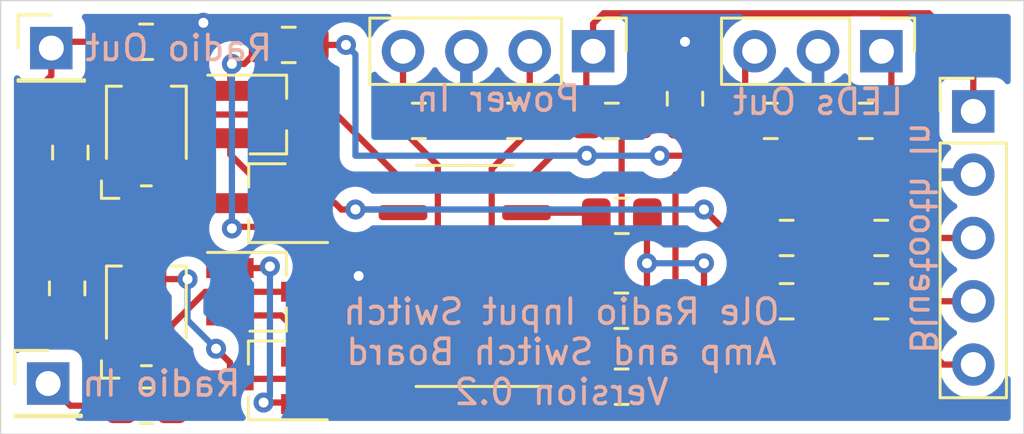
<source format=kicad_pcb>
(kicad_pcb (version 20171130) (host pcbnew "(5.1.4)-1")

  (general
    (thickness 1.6)
    (drawings 13)
    (tracks 180)
    (zones 0)
    (modules 30)
    (nets 27)
  )

  (page USLetter)
  (title_block
    (title "Amp and Switch Board")
    (date 2019-10-13)
    (rev 0.2)
    (company Fbus)
  )

  (layers
    (0 F.Cu signal)
    (31 B.Cu signal)
    (32 B.Adhes user)
    (33 F.Adhes user)
    (34 B.Paste user)
    (35 F.Paste user)
    (36 B.SilkS user)
    (37 F.SilkS user)
    (38 B.Mask user)
    (39 F.Mask user)
    (40 Dwgs.User user hide)
    (41 Cmts.User user hide)
    (42 Eco1.User user)
    (43 Eco2.User user)
    (44 Edge.Cuts user)
    (45 Margin user)
    (46 B.CrtYd user)
    (47 F.CrtYd user)
    (48 B.Fab user hide)
    (49 F.Fab user hide)
  )

  (setup
    (last_trace_width 0.25)
    (trace_clearance 0.2)
    (zone_clearance 0.508)
    (zone_45_only no)
    (trace_min 0.2)
    (via_size 0.8)
    (via_drill 0.4)
    (via_min_size 0.4)
    (via_min_drill 0.3)
    (uvia_size 0.3)
    (uvia_drill 0.1)
    (uvias_allowed no)
    (uvia_min_size 0.2)
    (uvia_min_drill 0.1)
    (edge_width 0.05)
    (segment_width 0.2)
    (pcb_text_width 0.3)
    (pcb_text_size 1.5 1.5)
    (mod_edge_width 0.12)
    (mod_text_size 1 1)
    (mod_text_width 0.15)
    (pad_size 1.524 1.524)
    (pad_drill 0.762)
    (pad_to_mask_clearance 0.051)
    (solder_mask_min_width 0.25)
    (aux_axis_origin 0 0)
    (visible_elements 7FFFFFFF)
    (pcbplotparams
      (layerselection 0x010fc_ffffffff)
      (usegerberextensions false)
      (usegerberattributes false)
      (usegerberadvancedattributes false)
      (creategerberjobfile false)
      (excludeedgelayer true)
      (linewidth 0.100000)
      (plotframeref false)
      (viasonmask false)
      (mode 1)
      (useauxorigin false)
      (hpglpennumber 1)
      (hpglpenspeed 20)
      (hpglpendiameter 15.000000)
      (psnegative false)
      (psa4output false)
      (plotreference false)
      (plotvalue false)
      (plotinvisibletext false)
      (padsonsilk false)
      (subtractmaskfromsilk false)
      (outputformat 1)
      (mirror false)
      (drillshape 0)
      (scaleselection 1)
      (outputdirectory "gerbers/"))
  )

  (net 0 "")
  (net 1 +12V)
  (net 2 GND)
  (net 3 -12V)
  (net 4 +5V)
  (net 5 "Net-(J1-Pad5)")
  (net 6 "Net-(J2-Pad1)")
  (net 7 /BlueLED)
  (net 8 /WhiteLED)
  (net 9 "Net-(J5-Pad1)")
  (net 10 "Net-(Q1-Pad3)")
  (net 11 "Net-(Q1-Pad2)")
  (net 12 "Net-(Q1-Pad1)")
  (net 13 "Net-(Q2-Pad3)")
  (net 14 "Net-(R1-Pad1)")
  (net 15 +2V5)
  (net 16 "Net-(R2-Pad1)")
  (net 17 /RadioMute)
  (net 18 /BluetoothMute)
  (net 19 "Net-(Q3-Pad3)")
  (net 20 "Net-(Q3-Pad2)")
  (net 21 "Net-(Q3-Pad1)")
  (net 22 "Net-(Q4-Pad3)")
  (net 23 "Net-(C3-Pad2)")
  (net 24 "Net-(C3-Pad1)")
  (net 25 "Net-(C4-Pad2)")
  (net 26 "Net-(C4-Pad1)")

  (net_class Default "This is the default net class."
    (clearance 0.2)
    (trace_width 0.25)
    (via_dia 0.8)
    (via_drill 0.4)
    (uvia_dia 0.3)
    (uvia_drill 0.1)
    (add_net +12V)
    (add_net +2V5)
    (add_net +5V)
    (add_net -12V)
    (add_net /BlueLED)
    (add_net /BluetoothMute)
    (add_net /RadioMute)
    (add_net /WhiteLED)
    (add_net GND)
    (add_net "Net-(C3-Pad1)")
    (add_net "Net-(C3-Pad2)")
    (add_net "Net-(C4-Pad1)")
    (add_net "Net-(C4-Pad2)")
    (add_net "Net-(J1-Pad5)")
    (add_net "Net-(J2-Pad1)")
    (add_net "Net-(J5-Pad1)")
    (add_net "Net-(Q1-Pad1)")
    (add_net "Net-(Q1-Pad2)")
    (add_net "Net-(Q1-Pad3)")
    (add_net "Net-(Q2-Pad3)")
    (add_net "Net-(Q3-Pad1)")
    (add_net "Net-(Q3-Pad2)")
    (add_net "Net-(Q3-Pad3)")
    (add_net "Net-(Q4-Pad3)")
    (add_net "Net-(R1-Pad1)")
    (add_net "Net-(R2-Pad1)")
  )

  (module Resistor_SMD:R_0805_2012Metric_Pad1.15x1.40mm_HandSolder (layer F.Cu) (tedit 5B36C52B) (tstamp 5DA3BBEC)
    (at 94.107 94.996 180)
    (descr "Resistor SMD 0805 (2012 Metric), square (rectangular) end terminal, IPC_7351 nominal with elongated pad for handsoldering. (Body size source: https://docs.google.com/spreadsheets/d/1BsfQQcO9C6DZCsRaXUlFlo91Tg2WpOkGARC1WS5S8t0/edit?usp=sharing), generated with kicad-footprint-generator")
    (tags "resistor handsolder")
    (path /5D89F25C)
    (attr smd)
    (fp_text reference R6 (at 0 -1.65) (layer F.SilkS) hide
      (effects (font (size 1 1) (thickness 0.15)))
    )
    (fp_text value 1K (at 0 1.65) (layer F.Fab) hide
      (effects (font (size 1 1) (thickness 0.15)))
    )
    (fp_line (start -1 0.6) (end -1 -0.6) (layer F.Fab) (width 0.1))
    (fp_line (start -1 -0.6) (end 1 -0.6) (layer F.Fab) (width 0.1))
    (fp_line (start 1 -0.6) (end 1 0.6) (layer F.Fab) (width 0.1))
    (fp_line (start 1 0.6) (end -1 0.6) (layer F.Fab) (width 0.1))
    (fp_line (start -0.261252 -0.71) (end 0.261252 -0.71) (layer F.SilkS) (width 0.12))
    (fp_line (start -0.261252 0.71) (end 0.261252 0.71) (layer F.SilkS) (width 0.12))
    (fp_line (start -1.85 0.95) (end -1.85 -0.95) (layer F.CrtYd) (width 0.05))
    (fp_line (start -1.85 -0.95) (end 1.85 -0.95) (layer F.CrtYd) (width 0.05))
    (fp_line (start 1.85 -0.95) (end 1.85 0.95) (layer F.CrtYd) (width 0.05))
    (fp_line (start 1.85 0.95) (end -1.85 0.95) (layer F.CrtYd) (width 0.05))
    (fp_text user %R (at 0 0) (layer F.Fab) hide
      (effects (font (size 0.5 0.5) (thickness 0.08)))
    )
    (pad 1 smd roundrect (at -1.025 0 180) (size 1.15 1.4) (layers F.Cu F.Paste F.Mask) (roundrect_rratio 0.217391)
      (net 13 "Net-(Q2-Pad3)"))
    (pad 2 smd roundrect (at 1.025 0 180) (size 1.15 1.4) (layers F.Cu F.Paste F.Mask) (roundrect_rratio 0.217391)
      (net 6 "Net-(J2-Pad1)"))
    (model ${KISYS3DMOD}/Resistor_SMD.3dshapes/R_0805_2012Metric.wrl
      (at (xyz 0 0 0))
      (scale (xyz 1 1 1))
      (rotate (xyz 0 0 0))
    )
  )

  (module Connector_PinHeader_2.54mm:PinHeader_1x01_P2.54mm_Vertical (layer F.Cu) (tedit 59FED5CC) (tstamp 5DA3BDB8)
    (at 90.17 94.107)
    (descr "Through hole straight pin header, 1x01, 2.54mm pitch, single row")
    (tags "Through hole pin header THT 1x01 2.54mm single row")
    (path /5D869799)
    (fp_text reference J2 (at 0 -2.33) (layer F.SilkS) hide
      (effects (font (size 1 1) (thickness 0.15)))
    )
    (fp_text value Conn_01x01 (at 0 2.33) (layer F.Fab) hide
      (effects (font (size 1 1) (thickness 0.15)))
    )
    (fp_line (start -0.635 -1.27) (end 1.27 -1.27) (layer F.Fab) (width 0.1))
    (fp_line (start 1.27 -1.27) (end 1.27 1.27) (layer F.Fab) (width 0.1))
    (fp_line (start 1.27 1.27) (end -1.27 1.27) (layer F.Fab) (width 0.1))
    (fp_line (start -1.27 1.27) (end -1.27 -0.635) (layer F.Fab) (width 0.1))
    (fp_line (start -1.27 -0.635) (end -0.635 -1.27) (layer F.Fab) (width 0.1))
    (fp_line (start -1.33 1.33) (end 1.33 1.33) (layer F.SilkS) (width 0.12))
    (fp_line (start -1.33 1.27) (end -1.33 1.33) (layer F.SilkS) (width 0.12))
    (fp_line (start 1.33 1.27) (end 1.33 1.33) (layer F.SilkS) (width 0.12))
    (fp_line (start -1.33 1.27) (end 1.33 1.27) (layer F.SilkS) (width 0.12))
    (fp_line (start -1.33 0) (end -1.33 -1.33) (layer F.SilkS) (width 0.12))
    (fp_line (start -1.33 -1.33) (end 0 -1.33) (layer F.SilkS) (width 0.12))
    (fp_line (start -1.8 -1.8) (end -1.8 1.8) (layer F.CrtYd) (width 0.05))
    (fp_line (start -1.8 1.8) (end 1.8 1.8) (layer F.CrtYd) (width 0.05))
    (fp_line (start 1.8 1.8) (end 1.8 -1.8) (layer F.CrtYd) (width 0.05))
    (fp_line (start 1.8 -1.8) (end -1.8 -1.8) (layer F.CrtYd) (width 0.05))
    (fp_text user %R (at 0 0 90) (layer F.Fab) hide
      (effects (font (size 1 1) (thickness 0.15)))
    )
    (pad 1 thru_hole rect (at 0 0) (size 1.7 1.7) (drill 1) (layers *.Cu *.Mask)
      (net 6 "Net-(J2-Pad1)"))
    (model ${KISYS3DMOD}/Connector_PinHeader_2.54mm.3dshapes/PinHeader_1x01_P2.54mm_Vertical.wrl
      (at (xyz 0 0 0))
      (scale (xyz 1 1 1))
      (rotate (xyz 0 0 0))
    )
  )

  (module Connector_PinHeader_2.54mm:PinHeader_1x01_P2.54mm_Vertical (layer F.Cu) (tedit 59FED5CC) (tstamp 5DA39FB5)
    (at 90.297 80.645)
    (descr "Through hole straight pin header, 1x01, 2.54mm pitch, single row")
    (tags "Through hole pin header THT 1x01 2.54mm single row")
    (path /5D869DAF)
    (fp_text reference J5 (at 0 -2.33) (layer F.SilkS) hide
      (effects (font (size 1 1) (thickness 0.15)))
    )
    (fp_text value Conn_01x01 (at 0 2.33) (layer F.Fab) hide
      (effects (font (size 1 1) (thickness 0.15)))
    )
    (fp_text user %R (at 0 0 90) (layer F.Fab) hide
      (effects (font (size 1 1) (thickness 0.15)))
    )
    (fp_line (start 1.8 -1.8) (end -1.8 -1.8) (layer F.CrtYd) (width 0.05))
    (fp_line (start 1.8 1.8) (end 1.8 -1.8) (layer F.CrtYd) (width 0.05))
    (fp_line (start -1.8 1.8) (end 1.8 1.8) (layer F.CrtYd) (width 0.05))
    (fp_line (start -1.8 -1.8) (end -1.8 1.8) (layer F.CrtYd) (width 0.05))
    (fp_line (start -1.33 -1.33) (end 0 -1.33) (layer F.SilkS) (width 0.12))
    (fp_line (start -1.33 0) (end -1.33 -1.33) (layer F.SilkS) (width 0.12))
    (fp_line (start -1.33 1.27) (end 1.33 1.27) (layer F.SilkS) (width 0.12))
    (fp_line (start 1.33 1.27) (end 1.33 1.33) (layer F.SilkS) (width 0.12))
    (fp_line (start -1.33 1.27) (end -1.33 1.33) (layer F.SilkS) (width 0.12))
    (fp_line (start -1.33 1.33) (end 1.33 1.33) (layer F.SilkS) (width 0.12))
    (fp_line (start -1.27 -0.635) (end -0.635 -1.27) (layer F.Fab) (width 0.1))
    (fp_line (start -1.27 1.27) (end -1.27 -0.635) (layer F.Fab) (width 0.1))
    (fp_line (start 1.27 1.27) (end -1.27 1.27) (layer F.Fab) (width 0.1))
    (fp_line (start 1.27 -1.27) (end 1.27 1.27) (layer F.Fab) (width 0.1))
    (fp_line (start -0.635 -1.27) (end 1.27 -1.27) (layer F.Fab) (width 0.1))
    (pad 1 thru_hole rect (at 0 0) (size 1.7 1.7) (drill 1) (layers *.Cu *.Mask)
      (net 9 "Net-(J5-Pad1)"))
    (model ${KISYS3DMOD}/Connector_PinHeader_2.54mm.3dshapes/PinHeader_1x01_P2.54mm_Vertical.wrl
      (at (xyz 0 0 0))
      (scale (xyz 1 1 1))
      (rotate (xyz 0 0 0))
    )
  )

  (module Capacitor_SMD:C_0805_2012Metric_Pad1.15x1.40mm_HandSolder (layer F.Cu) (tedit 5B36C52B) (tstamp 5DA3B2AE)
    (at 123.571 90.805)
    (descr "Capacitor SMD 0805 (2012 Metric), square (rectangular) end terminal, IPC_7351 nominal with elongated pad for handsoldering. (Body size source: https://docs.google.com/spreadsheets/d/1BsfQQcO9C6DZCsRaXUlFlo91Tg2WpOkGARC1WS5S8t0/edit?usp=sharing), generated with kicad-footprint-generator")
    (tags "capacitor handsolder")
    (path /5DAAD273)
    (attr smd)
    (fp_text reference C4 (at 0 -1.65) (layer F.SilkS) hide
      (effects (font (size 1 1) (thickness 0.15)))
    )
    (fp_text value "100 nF" (at 0 1.65) (layer F.Fab) hide
      (effects (font (size 1 1) (thickness 0.15)))
    )
    (fp_text user %R (at 0 0) (layer F.Fab) hide
      (effects (font (size 0.5 0.5) (thickness 0.08)))
    )
    (fp_line (start 1.85 0.95) (end -1.85 0.95) (layer F.CrtYd) (width 0.05))
    (fp_line (start 1.85 -0.95) (end 1.85 0.95) (layer F.CrtYd) (width 0.05))
    (fp_line (start -1.85 -0.95) (end 1.85 -0.95) (layer F.CrtYd) (width 0.05))
    (fp_line (start -1.85 0.95) (end -1.85 -0.95) (layer F.CrtYd) (width 0.05))
    (fp_line (start -0.261252 0.71) (end 0.261252 0.71) (layer F.SilkS) (width 0.12))
    (fp_line (start -0.261252 -0.71) (end 0.261252 -0.71) (layer F.SilkS) (width 0.12))
    (fp_line (start 1 0.6) (end -1 0.6) (layer F.Fab) (width 0.1))
    (fp_line (start 1 -0.6) (end 1 0.6) (layer F.Fab) (width 0.1))
    (fp_line (start -1 -0.6) (end 1 -0.6) (layer F.Fab) (width 0.1))
    (fp_line (start -1 0.6) (end -1 -0.6) (layer F.Fab) (width 0.1))
    (pad 2 smd roundrect (at 1.025 0) (size 1.15 1.4) (layers F.Cu F.Paste F.Mask) (roundrect_rratio 0.217391)
      (net 25 "Net-(C4-Pad2)"))
    (pad 1 smd roundrect (at -1.025 0) (size 1.15 1.4) (layers F.Cu F.Paste F.Mask) (roundrect_rratio 0.217391)
      (net 26 "Net-(C4-Pad1)"))
    (model ${KISYS3DMOD}/Capacitor_SMD.3dshapes/C_0805_2012Metric.wrl
      (at (xyz 0 0 0))
      (scale (xyz 1 1 1))
      (rotate (xyz 0 0 0))
    )
  )

  (module Capacitor_SMD:C_0805_2012Metric_Pad1.15x1.40mm_HandSolder (layer F.Cu) (tedit 5B36C52B) (tstamp 5DA39B30)
    (at 123.562 88.265)
    (descr "Capacitor SMD 0805 (2012 Metric), square (rectangular) end terminal, IPC_7351 nominal with elongated pad for handsoldering. (Body size source: https://docs.google.com/spreadsheets/d/1BsfQQcO9C6DZCsRaXUlFlo91Tg2WpOkGARC1WS5S8t0/edit?usp=sharing), generated with kicad-footprint-generator")
    (tags "capacitor handsolder")
    (path /5DAAC76E)
    (attr smd)
    (fp_text reference C3 (at 0 -1.65) (layer F.SilkS) hide
      (effects (font (size 1 1) (thickness 0.15)))
    )
    (fp_text value "100 nF" (at 0 1.65) (layer F.Fab) hide
      (effects (font (size 1 1) (thickness 0.15)))
    )
    (fp_text user %R (at 0 0) (layer F.Fab) hide
      (effects (font (size 0.5 0.5) (thickness 0.08)))
    )
    (fp_line (start 1.85 0.95) (end -1.85 0.95) (layer F.CrtYd) (width 0.05))
    (fp_line (start 1.85 -0.95) (end 1.85 0.95) (layer F.CrtYd) (width 0.05))
    (fp_line (start -1.85 -0.95) (end 1.85 -0.95) (layer F.CrtYd) (width 0.05))
    (fp_line (start -1.85 0.95) (end -1.85 -0.95) (layer F.CrtYd) (width 0.05))
    (fp_line (start -0.261252 0.71) (end 0.261252 0.71) (layer F.SilkS) (width 0.12))
    (fp_line (start -0.261252 -0.71) (end 0.261252 -0.71) (layer F.SilkS) (width 0.12))
    (fp_line (start 1 0.6) (end -1 0.6) (layer F.Fab) (width 0.1))
    (fp_line (start 1 -0.6) (end 1 0.6) (layer F.Fab) (width 0.1))
    (fp_line (start -1 -0.6) (end 1 -0.6) (layer F.Fab) (width 0.1))
    (fp_line (start -1 0.6) (end -1 -0.6) (layer F.Fab) (width 0.1))
    (pad 2 smd roundrect (at 1.025 0) (size 1.15 1.4) (layers F.Cu F.Paste F.Mask) (roundrect_rratio 0.217391)
      (net 23 "Net-(C3-Pad2)"))
    (pad 1 smd roundrect (at -1.025 0) (size 1.15 1.4) (layers F.Cu F.Paste F.Mask) (roundrect_rratio 0.217391)
      (net 24 "Net-(C3-Pad1)"))
    (model ${KISYS3DMOD}/Capacitor_SMD.3dshapes/C_0805_2012Metric.wrl
      (at (xyz 0 0 0))
      (scale (xyz 1 1 1))
      (rotate (xyz 0 0 0))
    )
  )

  (module Package_TO_SOT_SMD:SOT-23_Handsoldering (layer F.Cu) (tedit 5A0AB76C) (tstamp 5DA39330)
    (at 98.9695 86.868 180)
    (descr "SOT-23, Handsoldering")
    (tags SOT-23)
    (path /5DA5F9AD)
    (attr smd)
    (fp_text reference Q4 (at 0 -2.5) (layer F.SilkS) hide
      (effects (font (size 1 1) (thickness 0.15)))
    )
    (fp_text value Q_NMOS_GSD (at 0 2.5) (layer F.Fab) hide
      (effects (font (size 1 1) (thickness 0.15)))
    )
    (fp_line (start 0.76 1.58) (end -0.7 1.58) (layer F.SilkS) (width 0.12))
    (fp_line (start -0.7 1.52) (end 0.7 1.52) (layer F.Fab) (width 0.1))
    (fp_line (start 0.7 -1.52) (end 0.7 1.52) (layer F.Fab) (width 0.1))
    (fp_line (start -0.7 -0.95) (end -0.15 -1.52) (layer F.Fab) (width 0.1))
    (fp_line (start -0.15 -1.52) (end 0.7 -1.52) (layer F.Fab) (width 0.1))
    (fp_line (start -0.7 -0.95) (end -0.7 1.5) (layer F.Fab) (width 0.1))
    (fp_line (start 0.76 -1.58) (end -2.4 -1.58) (layer F.SilkS) (width 0.12))
    (fp_line (start -2.7 1.75) (end -2.7 -1.75) (layer F.CrtYd) (width 0.05))
    (fp_line (start 2.7 1.75) (end -2.7 1.75) (layer F.CrtYd) (width 0.05))
    (fp_line (start 2.7 -1.75) (end 2.7 1.75) (layer F.CrtYd) (width 0.05))
    (fp_line (start -2.7 -1.75) (end 2.7 -1.75) (layer F.CrtYd) (width 0.05))
    (fp_line (start 0.76 -1.58) (end 0.76 -0.65) (layer F.SilkS) (width 0.12))
    (fp_line (start 0.76 1.58) (end 0.76 0.65) (layer F.SilkS) (width 0.12))
    (fp_text user %R (at 0 0 90) (layer F.Fab) hide
      (effects (font (size 0.5 0.5) (thickness 0.075)))
    )
    (pad 3 smd rect (at 1.5 0 180) (size 1.9 0.8) (layers F.Cu F.Paste F.Mask)
      (net 22 "Net-(Q4-Pad3)"))
    (pad 2 smd rect (at -1.5 0.95 180) (size 1.9 0.8) (layers F.Cu F.Paste F.Mask)
      (net 20 "Net-(Q3-Pad2)"))
    (pad 1 smd rect (at -1.5 -0.95 180) (size 1.9 0.8) (layers F.Cu F.Paste F.Mask)
      (net 21 "Net-(Q3-Pad1)"))
    (model ${KISYS3DMOD}/Package_TO_SOT_SMD.3dshapes/SOT-23.wrl
      (at (xyz 0 0 0))
      (scale (xyz 1 1 1))
      (rotate (xyz 0 0 0))
    )
  )

  (module Package_TO_SOT_SMD:SOT-23_Handsoldering (layer F.Cu) (tedit 5A0AB76C) (tstamp 5DA3931B)
    (at 98.9695 83.312)
    (descr "SOT-23, Handsoldering")
    (tags SOT-23)
    (path /5DA5F194)
    (attr smd)
    (fp_text reference Q3 (at 0 -2.5) (layer F.SilkS) hide
      (effects (font (size 1 1) (thickness 0.15)))
    )
    (fp_text value Q_NMOS_GSD (at 0 2.5) (layer F.Fab) hide
      (effects (font (size 1 1) (thickness 0.15)))
    )
    (fp_line (start 0.76 1.58) (end -0.7 1.58) (layer F.SilkS) (width 0.12))
    (fp_line (start -0.7 1.52) (end 0.7 1.52) (layer F.Fab) (width 0.1))
    (fp_line (start 0.7 -1.52) (end 0.7 1.52) (layer F.Fab) (width 0.1))
    (fp_line (start -0.7 -0.95) (end -0.15 -1.52) (layer F.Fab) (width 0.1))
    (fp_line (start -0.15 -1.52) (end 0.7 -1.52) (layer F.Fab) (width 0.1))
    (fp_line (start -0.7 -0.95) (end -0.7 1.5) (layer F.Fab) (width 0.1))
    (fp_line (start 0.76 -1.58) (end -2.4 -1.58) (layer F.SilkS) (width 0.12))
    (fp_line (start -2.7 1.75) (end -2.7 -1.75) (layer F.CrtYd) (width 0.05))
    (fp_line (start 2.7 1.75) (end -2.7 1.75) (layer F.CrtYd) (width 0.05))
    (fp_line (start 2.7 -1.75) (end 2.7 1.75) (layer F.CrtYd) (width 0.05))
    (fp_line (start -2.7 -1.75) (end 2.7 -1.75) (layer F.CrtYd) (width 0.05))
    (fp_line (start 0.76 -1.58) (end 0.76 -0.65) (layer F.SilkS) (width 0.12))
    (fp_line (start 0.76 1.58) (end 0.76 0.65) (layer F.SilkS) (width 0.12))
    (fp_text user %R (at 0 0 90) (layer F.Fab) hide
      (effects (font (size 0.5 0.5) (thickness 0.075)))
    )
    (pad 3 smd rect (at 1.5 0) (size 1.9 0.8) (layers F.Cu F.Paste F.Mask)
      (net 19 "Net-(Q3-Pad3)"))
    (pad 2 smd rect (at -1.5 0.95) (size 1.9 0.8) (layers F.Cu F.Paste F.Mask)
      (net 20 "Net-(Q3-Pad2)"))
    (pad 1 smd rect (at -1.5 -0.95) (size 1.9 0.8) (layers F.Cu F.Paste F.Mask)
      (net 21 "Net-(Q3-Pad1)"))
    (model ${KISYS3DMOD}/Package_TO_SOT_SMD.3dshapes/SOT-23.wrl
      (at (xyz 0 0 0))
      (scale (xyz 1 1 1))
      (rotate (xyz 0 0 0))
    )
  )

  (module Package_TO_SOT_SMD:SOT-23_Handsoldering (layer F.Cu) (tedit 5A0AB76C) (tstamp 5DA39306)
    (at 98.957 90.424)
    (descr "SOT-23, Handsoldering")
    (tags SOT-23)
    (path /5DA60BD8)
    (attr smd)
    (fp_text reference Q2 (at 0 -2.5) (layer F.SilkS) hide
      (effects (font (size 1 1) (thickness 0.15)))
    )
    (fp_text value Q_NMOS_GSD (at 0 2.5) (layer F.Fab) hide
      (effects (font (size 1 1) (thickness 0.15)))
    )
    (fp_line (start 0.76 1.58) (end -0.7 1.58) (layer F.SilkS) (width 0.12))
    (fp_line (start -0.7 1.52) (end 0.7 1.52) (layer F.Fab) (width 0.1))
    (fp_line (start 0.7 -1.52) (end 0.7 1.52) (layer F.Fab) (width 0.1))
    (fp_line (start -0.7 -0.95) (end -0.15 -1.52) (layer F.Fab) (width 0.1))
    (fp_line (start -0.15 -1.52) (end 0.7 -1.52) (layer F.Fab) (width 0.1))
    (fp_line (start -0.7 -0.95) (end -0.7 1.5) (layer F.Fab) (width 0.1))
    (fp_line (start 0.76 -1.58) (end -2.4 -1.58) (layer F.SilkS) (width 0.12))
    (fp_line (start -2.7 1.75) (end -2.7 -1.75) (layer F.CrtYd) (width 0.05))
    (fp_line (start 2.7 1.75) (end -2.7 1.75) (layer F.CrtYd) (width 0.05))
    (fp_line (start 2.7 -1.75) (end 2.7 1.75) (layer F.CrtYd) (width 0.05))
    (fp_line (start -2.7 -1.75) (end 2.7 -1.75) (layer F.CrtYd) (width 0.05))
    (fp_line (start 0.76 -1.58) (end 0.76 -0.65) (layer F.SilkS) (width 0.12))
    (fp_line (start 0.76 1.58) (end 0.76 0.65) (layer F.SilkS) (width 0.12))
    (fp_text user %R (at 0 0 90) (layer F.Fab) hide
      (effects (font (size 0.5 0.5) (thickness 0.075)))
    )
    (pad 3 smd rect (at 1.5 0) (size 1.9 0.8) (layers F.Cu F.Paste F.Mask)
      (net 13 "Net-(Q2-Pad3)"))
    (pad 2 smd rect (at -1.5 0.95) (size 1.9 0.8) (layers F.Cu F.Paste F.Mask)
      (net 11 "Net-(Q1-Pad2)"))
    (pad 1 smd rect (at -1.5 -0.95) (size 1.9 0.8) (layers F.Cu F.Paste F.Mask)
      (net 12 "Net-(Q1-Pad1)"))
    (model ${KISYS3DMOD}/Package_TO_SOT_SMD.3dshapes/SOT-23.wrl
      (at (xyz 0 0 0))
      (scale (xyz 1 1 1))
      (rotate (xyz 0 0 0))
    )
  )

  (module Package_TO_SOT_SMD:SOT-23_Handsoldering (layer F.Cu) (tedit 5A0AB76C) (tstamp 5DA392F1)
    (at 98.957 93.98 180)
    (descr "SOT-23, Handsoldering")
    (tags SOT-23)
    (path /5DA60240)
    (attr smd)
    (fp_text reference Q1 (at 0 -2.5) (layer F.SilkS) hide
      (effects (font (size 1 1) (thickness 0.15)))
    )
    (fp_text value Q_NMOS_GSD (at 0 2.5) (layer F.Fab) hide
      (effects (font (size 1 1) (thickness 0.15)))
    )
    (fp_line (start 0.76 1.58) (end -0.7 1.58) (layer F.SilkS) (width 0.12))
    (fp_line (start -0.7 1.52) (end 0.7 1.52) (layer F.Fab) (width 0.1))
    (fp_line (start 0.7 -1.52) (end 0.7 1.52) (layer F.Fab) (width 0.1))
    (fp_line (start -0.7 -0.95) (end -0.15 -1.52) (layer F.Fab) (width 0.1))
    (fp_line (start -0.15 -1.52) (end 0.7 -1.52) (layer F.Fab) (width 0.1))
    (fp_line (start -0.7 -0.95) (end -0.7 1.5) (layer F.Fab) (width 0.1))
    (fp_line (start 0.76 -1.58) (end -2.4 -1.58) (layer F.SilkS) (width 0.12))
    (fp_line (start -2.7 1.75) (end -2.7 -1.75) (layer F.CrtYd) (width 0.05))
    (fp_line (start 2.7 1.75) (end -2.7 1.75) (layer F.CrtYd) (width 0.05))
    (fp_line (start 2.7 -1.75) (end 2.7 1.75) (layer F.CrtYd) (width 0.05))
    (fp_line (start -2.7 -1.75) (end 2.7 -1.75) (layer F.CrtYd) (width 0.05))
    (fp_line (start 0.76 -1.58) (end 0.76 -0.65) (layer F.SilkS) (width 0.12))
    (fp_line (start 0.76 1.58) (end 0.76 0.65) (layer F.SilkS) (width 0.12))
    (fp_text user %R (at 0 0 90) (layer F.Fab) hide
      (effects (font (size 0.5 0.5) (thickness 0.075)))
    )
    (pad 3 smd rect (at 1.5 0 180) (size 1.9 0.8) (layers F.Cu F.Paste F.Mask)
      (net 10 "Net-(Q1-Pad3)"))
    (pad 2 smd rect (at -1.5 0.95 180) (size 1.9 0.8) (layers F.Cu F.Paste F.Mask)
      (net 11 "Net-(Q1-Pad2)"))
    (pad 1 smd rect (at -1.5 -0.95 180) (size 1.9 0.8) (layers F.Cu F.Paste F.Mask)
      (net 12 "Net-(Q1-Pad1)"))
    (model ${KISYS3DMOD}/Package_TO_SOT_SMD.3dshapes/SOT-23.wrl
      (at (xyz 0 0 0))
      (scale (xyz 1 1 1))
      (rotate (xyz 0 0 0))
    )
  )

  (module Capacitor_SMD:C_0805_2012Metric_Pad1.15x1.40mm_HandSolder (layer F.Cu) (tedit 5B36C52B) (tstamp 5D8A9887)
    (at 108.848 83.566 180)
    (descr "Capacitor SMD 0805 (2012 Metric), square (rectangular) end terminal, IPC_7351 nominal with elongated pad for handsoldering. (Body size source: https://docs.google.com/spreadsheets/d/1BsfQQcO9C6DZCsRaXUlFlo91Tg2WpOkGARC1WS5S8t0/edit?usp=sharing), generated with kicad-footprint-generator")
    (tags "capacitor handsolder")
    (path /5D866568)
    (attr smd)
    (fp_text reference C1 (at 0 -1.65) (layer F.SilkS) hide
      (effects (font (size 1 1) (thickness 0.15)))
    )
    (fp_text value "100 nF" (at 0 1.65) (layer F.Fab) hide
      (effects (font (size 1 1) (thickness 0.15)))
    )
    (fp_line (start -1 0.6) (end -1 -0.6) (layer F.Fab) (width 0.1))
    (fp_line (start -1 -0.6) (end 1 -0.6) (layer F.Fab) (width 0.1))
    (fp_line (start 1 -0.6) (end 1 0.6) (layer F.Fab) (width 0.1))
    (fp_line (start 1 0.6) (end -1 0.6) (layer F.Fab) (width 0.1))
    (fp_line (start -0.261252 -0.71) (end 0.261252 -0.71) (layer F.SilkS) (width 0.12))
    (fp_line (start -0.261252 0.71) (end 0.261252 0.71) (layer F.SilkS) (width 0.12))
    (fp_line (start -1.85 0.95) (end -1.85 -0.95) (layer F.CrtYd) (width 0.05))
    (fp_line (start -1.85 -0.95) (end 1.85 -0.95) (layer F.CrtYd) (width 0.05))
    (fp_line (start 1.85 -0.95) (end 1.85 0.95) (layer F.CrtYd) (width 0.05))
    (fp_line (start 1.85 0.95) (end -1.85 0.95) (layer F.CrtYd) (width 0.05))
    (fp_text user %R (at 0 0) (layer F.Fab) hide
      (effects (font (size 0.5 0.5) (thickness 0.08)))
    )
    (pad 1 smd roundrect (at -1.025 0 180) (size 1.15 1.4) (layers F.Cu F.Paste F.Mask) (roundrect_rratio 0.217391)
      (net 1 +12V))
    (pad 2 smd roundrect (at 1.025 0 180) (size 1.15 1.4) (layers F.Cu F.Paste F.Mask) (roundrect_rratio 0.217391)
      (net 2 GND))
    (model ${KISYS3DMOD}/Capacitor_SMD.3dshapes/C_0805_2012Metric.wrl
      (at (xyz 0 0 0))
      (scale (xyz 1 1 1))
      (rotate (xyz 0 0 0))
    )
  )

  (module Capacitor_SMD:C_0805_2012Metric_Pad1.15x1.40mm_HandSolder (layer F.Cu) (tedit 5B36C52B) (tstamp 5D8A9898)
    (at 105.029 83.566 180)
    (descr "Capacitor SMD 0805 (2012 Metric), square (rectangular) end terminal, IPC_7351 nominal with elongated pad for handsoldering. (Body size source: https://docs.google.com/spreadsheets/d/1BsfQQcO9C6DZCsRaXUlFlo91Tg2WpOkGARC1WS5S8t0/edit?usp=sharing), generated with kicad-footprint-generator")
    (tags "capacitor handsolder")
    (path /5D865A39)
    (attr smd)
    (fp_text reference C2 (at 0 -1.65) (layer F.SilkS) hide
      (effects (font (size 1 1) (thickness 0.15)))
    )
    (fp_text value "100 nF" (at 0 1.65) (layer F.Fab) hide
      (effects (font (size 1 1) (thickness 0.15)))
    )
    (fp_text user %R (at 0 0) (layer F.Fab) hide
      (effects (font (size 0.5 0.5) (thickness 0.08)))
    )
    (fp_line (start 1.85 0.95) (end -1.85 0.95) (layer F.CrtYd) (width 0.05))
    (fp_line (start 1.85 -0.95) (end 1.85 0.95) (layer F.CrtYd) (width 0.05))
    (fp_line (start -1.85 -0.95) (end 1.85 -0.95) (layer F.CrtYd) (width 0.05))
    (fp_line (start -1.85 0.95) (end -1.85 -0.95) (layer F.CrtYd) (width 0.05))
    (fp_line (start -0.261252 0.71) (end 0.261252 0.71) (layer F.SilkS) (width 0.12))
    (fp_line (start -0.261252 -0.71) (end 0.261252 -0.71) (layer F.SilkS) (width 0.12))
    (fp_line (start 1 0.6) (end -1 0.6) (layer F.Fab) (width 0.1))
    (fp_line (start 1 -0.6) (end 1 0.6) (layer F.Fab) (width 0.1))
    (fp_line (start -1 -0.6) (end 1 -0.6) (layer F.Fab) (width 0.1))
    (fp_line (start -1 0.6) (end -1 -0.6) (layer F.Fab) (width 0.1))
    (pad 2 smd roundrect (at 1.025 0 180) (size 1.15 1.4) (layers F.Cu F.Paste F.Mask) (roundrect_rratio 0.217391)
      (net 3 -12V))
    (pad 1 smd roundrect (at -1.025 0 180) (size 1.15 1.4) (layers F.Cu F.Paste F.Mask) (roundrect_rratio 0.217391)
      (net 2 GND))
    (model ${KISYS3DMOD}/Capacitor_SMD.3dshapes/C_0805_2012Metric.wrl
      (at (xyz 0 0 0))
      (scale (xyz 1 1 1))
      (rotate (xyz 0 0 0))
    )
  )

  (module Connector_PinHeader_2.54mm:PinHeader_1x05_P2.54mm_Vertical (layer F.Cu) (tedit 59FED5CC) (tstamp 5D8AA305)
    (at 127.254 83.185)
    (descr "Through hole straight pin header, 1x05, 2.54mm pitch, single row")
    (tags "Through hole pin header THT 1x05 2.54mm single row")
    (path /5D868B49)
    (fp_text reference J1 (at 0 -2.33) (layer F.SilkS) hide
      (effects (font (size 1 1) (thickness 0.15)))
    )
    (fp_text value Conn_01x05 (at 0 12.49) (layer F.Fab) hide
      (effects (font (size 1 1) (thickness 0.15)))
    )
    (fp_line (start -0.635 -1.27) (end 1.27 -1.27) (layer F.Fab) (width 0.1))
    (fp_line (start 1.27 -1.27) (end 1.27 11.43) (layer F.Fab) (width 0.1))
    (fp_line (start 1.27 11.43) (end -1.27 11.43) (layer F.Fab) (width 0.1))
    (fp_line (start -1.27 11.43) (end -1.27 -0.635) (layer F.Fab) (width 0.1))
    (fp_line (start -1.27 -0.635) (end -0.635 -1.27) (layer F.Fab) (width 0.1))
    (fp_line (start -1.33 11.49) (end 1.33 11.49) (layer F.SilkS) (width 0.12))
    (fp_line (start -1.33 1.27) (end -1.33 11.49) (layer F.SilkS) (width 0.12))
    (fp_line (start 1.33 1.27) (end 1.33 11.49) (layer F.SilkS) (width 0.12))
    (fp_line (start -1.33 1.27) (end 1.33 1.27) (layer F.SilkS) (width 0.12))
    (fp_line (start -1.33 0) (end -1.33 -1.33) (layer F.SilkS) (width 0.12))
    (fp_line (start -1.33 -1.33) (end 0 -1.33) (layer F.SilkS) (width 0.12))
    (fp_line (start -1.8 -1.8) (end -1.8 11.95) (layer F.CrtYd) (width 0.05))
    (fp_line (start -1.8 11.95) (end 1.8 11.95) (layer F.CrtYd) (width 0.05))
    (fp_line (start 1.8 11.95) (end 1.8 -1.8) (layer F.CrtYd) (width 0.05))
    (fp_line (start 1.8 -1.8) (end -1.8 -1.8) (layer F.CrtYd) (width 0.05))
    (fp_text user %R (at 0 5.08 90) (layer F.Fab) hide
      (effects (font (size 1 1) (thickness 0.15)))
    )
    (pad 1 thru_hole rect (at 0 0) (size 1.7 1.7) (drill 1) (layers *.Cu *.Mask)
      (net 4 +5V))
    (pad 2 thru_hole oval (at 0 2.54) (size 1.7 1.7) (drill 1) (layers *.Cu *.Mask)
      (net 2 GND))
    (pad 3 thru_hole oval (at 0 5.08) (size 1.7 1.7) (drill 1) (layers *.Cu *.Mask)
      (net 23 "Net-(C3-Pad2)"))
    (pad 4 thru_hole oval (at 0 7.62) (size 1.7 1.7) (drill 1) (layers *.Cu *.Mask)
      (net 25 "Net-(C4-Pad2)"))
    (pad 5 thru_hole oval (at 0 10.16) (size 1.7 1.7) (drill 1) (layers *.Cu *.Mask)
      (net 5 "Net-(J1-Pad5)"))
    (model ${KISYS3DMOD}/Connector_PinHeader_2.54mm.3dshapes/PinHeader_1x05_P2.54mm_Vertical.wrl
      (at (xyz 0 0 0))
      (scale (xyz 1 1 1))
      (rotate (xyz 0 0 0))
    )
  )

  (module Connector_PinHeader_2.54mm:PinHeader_1x04_P2.54mm_Vertical (layer F.Cu) (tedit 59FED5CC) (tstamp 5D8AA556)
    (at 112.014 80.772 270)
    (descr "Through hole straight pin header, 1x04, 2.54mm pitch, single row")
    (tags "Through hole pin header THT 1x04 2.54mm single row")
    (path /5D85C7D3)
    (fp_text reference J3 (at 0 -2.33 90) (layer F.SilkS) hide
      (effects (font (size 1 1) (thickness 0.15)))
    )
    (fp_text value Conn_01x04 (at 0 9.95 90) (layer F.Fab) hide
      (effects (font (size 1 1) (thickness 0.15)))
    )
    (fp_line (start -0.635 -1.27) (end 1.27 -1.27) (layer F.Fab) (width 0.1))
    (fp_line (start 1.27 -1.27) (end 1.27 8.89) (layer F.Fab) (width 0.1))
    (fp_line (start 1.27 8.89) (end -1.27 8.89) (layer F.Fab) (width 0.1))
    (fp_line (start -1.27 8.89) (end -1.27 -0.635) (layer F.Fab) (width 0.1))
    (fp_line (start -1.27 -0.635) (end -0.635 -1.27) (layer F.Fab) (width 0.1))
    (fp_line (start -1.33 8.95) (end 1.33 8.95) (layer F.SilkS) (width 0.12))
    (fp_line (start -1.33 1.27) (end -1.33 8.95) (layer F.SilkS) (width 0.12))
    (fp_line (start 1.33 1.27) (end 1.33 8.95) (layer F.SilkS) (width 0.12))
    (fp_line (start -1.33 1.27) (end 1.33 1.27) (layer F.SilkS) (width 0.12))
    (fp_line (start -1.33 0) (end -1.33 -1.33) (layer F.SilkS) (width 0.12))
    (fp_line (start -1.33 -1.33) (end 0 -1.33) (layer F.SilkS) (width 0.12))
    (fp_line (start -1.8 -1.8) (end -1.8 9.4) (layer F.CrtYd) (width 0.05))
    (fp_line (start -1.8 9.4) (end 1.8 9.4) (layer F.CrtYd) (width 0.05))
    (fp_line (start 1.8 9.4) (end 1.8 -1.8) (layer F.CrtYd) (width 0.05))
    (fp_line (start 1.8 -1.8) (end -1.8 -1.8) (layer F.CrtYd) (width 0.05))
    (fp_text user %R (at 0 3.81) (layer F.Fab) hide
      (effects (font (size 1 1) (thickness 0.15)))
    )
    (pad 1 thru_hole rect (at 0 0 270) (size 1.7 1.7) (drill 1) (layers *.Cu *.Mask)
      (net 4 +5V))
    (pad 2 thru_hole oval (at 0 2.54 270) (size 1.7 1.7) (drill 1) (layers *.Cu *.Mask)
      (net 1 +12V))
    (pad 3 thru_hole oval (at 0 5.08 270) (size 1.7 1.7) (drill 1) (layers *.Cu *.Mask)
      (net 2 GND))
    (pad 4 thru_hole oval (at 0 7.62 270) (size 1.7 1.7) (drill 1) (layers *.Cu *.Mask)
      (net 3 -12V))
    (model ${KISYS3DMOD}/Connector_PinHeader_2.54mm.3dshapes/PinHeader_1x04_P2.54mm_Vertical.wrl
      (at (xyz 0 0 0))
      (scale (xyz 1 1 1))
      (rotate (xyz 0 0 0))
    )
  )

  (module Connector_PinHeader_2.54mm:PinHeader_1x03_P2.54mm_Vertical (layer F.Cu) (tedit 59FED5CC) (tstamp 5D8AD196)
    (at 123.571 80.772 270)
    (descr "Through hole straight pin header, 1x03, 2.54mm pitch, single row")
    (tags "Through hole pin header THT 1x03 2.54mm single row")
    (path /5D8FD5BA)
    (fp_text reference J4 (at 0 -2.33 90) (layer F.SilkS) hide
      (effects (font (size 1 1) (thickness 0.15)))
    )
    (fp_text value Conn_01x03 (at 0 7.41 90) (layer F.Fab) hide
      (effects (font (size 1 1) (thickness 0.15)))
    )
    (fp_line (start -0.635 -1.27) (end 1.27 -1.27) (layer F.Fab) (width 0.1))
    (fp_line (start 1.27 -1.27) (end 1.27 6.35) (layer F.Fab) (width 0.1))
    (fp_line (start 1.27 6.35) (end -1.27 6.35) (layer F.Fab) (width 0.1))
    (fp_line (start -1.27 6.35) (end -1.27 -0.635) (layer F.Fab) (width 0.1))
    (fp_line (start -1.27 -0.635) (end -0.635 -1.27) (layer F.Fab) (width 0.1))
    (fp_line (start -1.33 6.41) (end 1.33 6.41) (layer F.SilkS) (width 0.12))
    (fp_line (start -1.33 1.27) (end -1.33 6.41) (layer F.SilkS) (width 0.12))
    (fp_line (start 1.33 1.27) (end 1.33 6.41) (layer F.SilkS) (width 0.12))
    (fp_line (start -1.33 1.27) (end 1.33 1.27) (layer F.SilkS) (width 0.12))
    (fp_line (start -1.33 0) (end -1.33 -1.33) (layer F.SilkS) (width 0.12))
    (fp_line (start -1.33 -1.33) (end 0 -1.33) (layer F.SilkS) (width 0.12))
    (fp_line (start -1.8 -1.8) (end -1.8 6.85) (layer F.CrtYd) (width 0.05))
    (fp_line (start -1.8 6.85) (end 1.8 6.85) (layer F.CrtYd) (width 0.05))
    (fp_line (start 1.8 6.85) (end 1.8 -1.8) (layer F.CrtYd) (width 0.05))
    (fp_line (start 1.8 -1.8) (end -1.8 -1.8) (layer F.CrtYd) (width 0.05))
    (fp_text user %R (at 0 2.54) (layer F.Fab) hide
      (effects (font (size 1 1) (thickness 0.15)))
    )
    (pad 1 thru_hole rect (at 0 0 270) (size 1.7 1.7) (drill 1) (layers *.Cu *.Mask)
      (net 7 /BlueLED))
    (pad 2 thru_hole oval (at 0 2.54 270) (size 1.7 1.7) (drill 1) (layers *.Cu *.Mask)
      (net 2 GND))
    (pad 3 thru_hole oval (at 0 5.08 270) (size 1.7 1.7) (drill 1) (layers *.Cu *.Mask)
      (net 8 /WhiteLED))
    (model ${KISYS3DMOD}/Connector_PinHeader_2.54mm.3dshapes/PinHeader_1x03_P2.54mm_Vertical.wrl
      (at (xyz 0 0 0))
      (scale (xyz 1 1 1))
      (rotate (xyz 0 0 0))
    )
  )

  (module Resistor_SMD:R_0805_2012Metric_Pad1.15x1.40mm_HandSolder (layer F.Cu) (tedit 5B36C52B) (tstamp 5D8A9945)
    (at 113.148 91.186)
    (descr "Resistor SMD 0805 (2012 Metric), square (rectangular) end terminal, IPC_7351 nominal with elongated pad for handsoldering. (Body size source: https://docs.google.com/spreadsheets/d/1BsfQQcO9C6DZCsRaXUlFlo91Tg2WpOkGARC1WS5S8t0/edit?usp=sharing), generated with kicad-footprint-generator")
    (tags "resistor handsolder")
    (path /5D880B6C)
    (attr smd)
    (fp_text reference R1 (at 0 -1.65) (layer F.SilkS) hide
      (effects (font (size 1 1) (thickness 0.15)))
    )
    (fp_text value 1K (at 0 1.65) (layer F.Fab) hide
      (effects (font (size 1 1) (thickness 0.15)))
    )
    (fp_text user %R (at 0 0) (layer F.Fab) hide
      (effects (font (size 0.5 0.5) (thickness 0.08)))
    )
    (fp_line (start 1.85 0.95) (end -1.85 0.95) (layer F.CrtYd) (width 0.05))
    (fp_line (start 1.85 -0.95) (end 1.85 0.95) (layer F.CrtYd) (width 0.05))
    (fp_line (start -1.85 -0.95) (end 1.85 -0.95) (layer F.CrtYd) (width 0.05))
    (fp_line (start -1.85 0.95) (end -1.85 -0.95) (layer F.CrtYd) (width 0.05))
    (fp_line (start -0.261252 0.71) (end 0.261252 0.71) (layer F.SilkS) (width 0.12))
    (fp_line (start -0.261252 -0.71) (end 0.261252 -0.71) (layer F.SilkS) (width 0.12))
    (fp_line (start 1 0.6) (end -1 0.6) (layer F.Fab) (width 0.1))
    (fp_line (start 1 -0.6) (end 1 0.6) (layer F.Fab) (width 0.1))
    (fp_line (start -1 -0.6) (end 1 -0.6) (layer F.Fab) (width 0.1))
    (fp_line (start -1 0.6) (end -1 -0.6) (layer F.Fab) (width 0.1))
    (pad 2 smd roundrect (at 1.025 0) (size 1.15 1.4) (layers F.Cu F.Paste F.Mask) (roundrect_rratio 0.217391)
      (net 5 "Net-(J1-Pad5)"))
    (pad 1 smd roundrect (at -1.025 0) (size 1.15 1.4) (layers F.Cu F.Paste F.Mask) (roundrect_rratio 0.217391)
      (net 14 "Net-(R1-Pad1)"))
    (model ${KISYS3DMOD}/Resistor_SMD.3dshapes/R_0805_2012Metric.wrl
      (at (xyz 0 0 0))
      (scale (xyz 1 1 1))
      (rotate (xyz 0 0 0))
    )
  )

  (module Resistor_SMD:R_0805_2012Metric_Pad1.15x1.40mm_HandSolder (layer F.Cu) (tedit 5B36C52B) (tstamp 5D8AD589)
    (at 113.166 87.376)
    (descr "Resistor SMD 0805 (2012 Metric), square (rectangular) end terminal, IPC_7351 nominal with elongated pad for handsoldering. (Body size source: https://docs.google.com/spreadsheets/d/1BsfQQcO9C6DZCsRaXUlFlo91Tg2WpOkGARC1WS5S8t0/edit?usp=sharing), generated with kicad-footprint-generator")
    (tags "resistor handsolder")
    (path /5D8813E1)
    (attr smd)
    (fp_text reference R2 (at 0 -1.65) (layer F.SilkS) hide
      (effects (font (size 1 1) (thickness 0.15)))
    )
    (fp_text value 1K (at 0 1.65) (layer F.Fab) hide
      (effects (font (size 1 1) (thickness 0.15)))
    )
    (fp_text user %R (at 0 0) (layer F.Fab) hide
      (effects (font (size 0.5 0.5) (thickness 0.08)))
    )
    (fp_line (start 1.85 0.95) (end -1.85 0.95) (layer F.CrtYd) (width 0.05))
    (fp_line (start 1.85 -0.95) (end 1.85 0.95) (layer F.CrtYd) (width 0.05))
    (fp_line (start -1.85 -0.95) (end 1.85 -0.95) (layer F.CrtYd) (width 0.05))
    (fp_line (start -1.85 0.95) (end -1.85 -0.95) (layer F.CrtYd) (width 0.05))
    (fp_line (start -0.261252 0.71) (end 0.261252 0.71) (layer F.SilkS) (width 0.12))
    (fp_line (start -0.261252 -0.71) (end 0.261252 -0.71) (layer F.SilkS) (width 0.12))
    (fp_line (start 1 0.6) (end -1 0.6) (layer F.Fab) (width 0.1))
    (fp_line (start 1 -0.6) (end 1 0.6) (layer F.Fab) (width 0.1))
    (fp_line (start -1 -0.6) (end 1 -0.6) (layer F.Fab) (width 0.1))
    (fp_line (start -1 0.6) (end -1 -0.6) (layer F.Fab) (width 0.1))
    (pad 2 smd roundrect (at 1.025 0) (size 1.15 1.4) (layers F.Cu F.Paste F.Mask) (roundrect_rratio 0.217391)
      (net 5 "Net-(J1-Pad5)"))
    (pad 1 smd roundrect (at -1.025 0) (size 1.15 1.4) (layers F.Cu F.Paste F.Mask) (roundrect_rratio 0.217391)
      (net 16 "Net-(R2-Pad1)"))
    (model ${KISYS3DMOD}/Resistor_SMD.3dshapes/R_0805_2012Metric.wrl
      (at (xyz 0 0 0))
      (scale (xyz 1 1 1))
      (rotate (xyz 0 0 0))
    )
  )

  (module Resistor_SMD:R_0805_2012Metric_Pad1.15x1.40mm_HandSolder (layer F.Cu) (tedit 5B36C52B) (tstamp 5D8AC260)
    (at 113.157 94.234 180)
    (descr "Resistor SMD 0805 (2012 Metric), square (rectangular) end terminal, IPC_7351 nominal with elongated pad for handsoldering. (Body size source: https://docs.google.com/spreadsheets/d/1BsfQQcO9C6DZCsRaXUlFlo91Tg2WpOkGARC1WS5S8t0/edit?usp=sharing), generated with kicad-footprint-generator")
    (tags "resistor handsolder")
    (path /5D8DF527)
    (attr smd)
    (fp_text reference R5 (at 0 -1.65) (layer F.SilkS) hide
      (effects (font (size 1 1) (thickness 0.15)))
    )
    (fp_text value 1K (at 0 1.65) (layer F.Fab) hide
      (effects (font (size 1 1) (thickness 0.15)))
    )
    (fp_text user %R (at 0 0) (layer F.Fab) hide
      (effects (font (size 0.5 0.5) (thickness 0.08)))
    )
    (fp_line (start 1.85 0.95) (end -1.85 0.95) (layer F.CrtYd) (width 0.05))
    (fp_line (start 1.85 -0.95) (end 1.85 0.95) (layer F.CrtYd) (width 0.05))
    (fp_line (start -1.85 -0.95) (end 1.85 -0.95) (layer F.CrtYd) (width 0.05))
    (fp_line (start -1.85 0.95) (end -1.85 -0.95) (layer F.CrtYd) (width 0.05))
    (fp_line (start -0.261252 0.71) (end 0.261252 0.71) (layer F.SilkS) (width 0.12))
    (fp_line (start -0.261252 -0.71) (end 0.261252 -0.71) (layer F.SilkS) (width 0.12))
    (fp_line (start 1 0.6) (end -1 0.6) (layer F.Fab) (width 0.1))
    (fp_line (start 1 -0.6) (end 1 0.6) (layer F.Fab) (width 0.1))
    (fp_line (start -1 -0.6) (end 1 -0.6) (layer F.Fab) (width 0.1))
    (fp_line (start -1 0.6) (end -1 -0.6) (layer F.Fab) (width 0.1))
    (pad 2 smd roundrect (at 1.025 0 180) (size 1.15 1.4) (layers F.Cu F.Paste F.Mask) (roundrect_rratio 0.217391)
      (net 17 /RadioMute))
    (pad 1 smd roundrect (at -1.025 0 180) (size 1.15 1.4) (layers F.Cu F.Paste F.Mask) (roundrect_rratio 0.217391)
      (net 12 "Net-(Q1-Pad1)"))
    (model ${KISYS3DMOD}/Resistor_SMD.3dshapes/R_0805_2012Metric.wrl
      (at (xyz 0 0 0))
      (scale (xyz 1 1 1))
      (rotate (xyz 0 0 0))
    )
  )

  (module Resistor_SMD:R_0805_2012Metric_Pad1.15x1.40mm_HandSolder (layer F.Cu) (tedit 5B36C52B) (tstamp 5D8A99AB)
    (at 112.767 83.566)
    (descr "Resistor SMD 0805 (2012 Metric), square (rectangular) end terminal, IPC_7351 nominal with elongated pad for handsoldering. (Body size source: https://docs.google.com/spreadsheets/d/1BsfQQcO9C6DZCsRaXUlFlo91Tg2WpOkGARC1WS5S8t0/edit?usp=sharing), generated with kicad-footprint-generator")
    (tags "resistor handsolder")
    (path /5D87C6DB)
    (attr smd)
    (fp_text reference R7 (at 0 -1.65) (layer F.SilkS) hide
      (effects (font (size 1 1) (thickness 0.15)))
    )
    (fp_text value 20K (at 0 1.65) (layer F.Fab) hide
      (effects (font (size 1 1) (thickness 0.15)))
    )
    (fp_text user %R (at 0 0) (layer F.Fab) hide
      (effects (font (size 0.5 0.5) (thickness 0.08)))
    )
    (fp_line (start 1.85 0.95) (end -1.85 0.95) (layer F.CrtYd) (width 0.05))
    (fp_line (start 1.85 -0.95) (end 1.85 0.95) (layer F.CrtYd) (width 0.05))
    (fp_line (start -1.85 -0.95) (end 1.85 -0.95) (layer F.CrtYd) (width 0.05))
    (fp_line (start -1.85 0.95) (end -1.85 -0.95) (layer F.CrtYd) (width 0.05))
    (fp_line (start -0.261252 0.71) (end 0.261252 0.71) (layer F.SilkS) (width 0.12))
    (fp_line (start -0.261252 -0.71) (end 0.261252 -0.71) (layer F.SilkS) (width 0.12))
    (fp_line (start 1 0.6) (end -1 0.6) (layer F.Fab) (width 0.1))
    (fp_line (start 1 -0.6) (end 1 0.6) (layer F.Fab) (width 0.1))
    (fp_line (start -1 -0.6) (end 1 -0.6) (layer F.Fab) (width 0.1))
    (fp_line (start -1 0.6) (end -1 -0.6) (layer F.Fab) (width 0.1))
    (pad 2 smd roundrect (at 1.025 0) (size 1.15 1.4) (layers F.Cu F.Paste F.Mask) (roundrect_rratio 0.217391)
      (net 15 +2V5))
    (pad 1 smd roundrect (at -1.025 0) (size 1.15 1.4) (layers F.Cu F.Paste F.Mask) (roundrect_rratio 0.217391)
      (net 4 +5V))
    (model ${KISYS3DMOD}/Resistor_SMD.3dshapes/R_0805_2012Metric.wrl
      (at (xyz 0 0 0))
      (scale (xyz 1 1 1))
      (rotate (xyz 0 0 0))
    )
  )

  (module Resistor_SMD:R_0805_2012Metric_Pad1.15x1.40mm_HandSolder (layer F.Cu) (tedit 5B36C52B) (tstamp 5D8A99BC)
    (at 115.697 82.677 90)
    (descr "Resistor SMD 0805 (2012 Metric), square (rectangular) end terminal, IPC_7351 nominal with elongated pad for handsoldering. (Body size source: https://docs.google.com/spreadsheets/d/1BsfQQcO9C6DZCsRaXUlFlo91Tg2WpOkGARC1WS5S8t0/edit?usp=sharing), generated with kicad-footprint-generator")
    (tags "resistor handsolder")
    (path /5D87CAAC)
    (attr smd)
    (fp_text reference R8 (at 0 -1.65 90) (layer F.SilkS) hide
      (effects (font (size 1 1) (thickness 0.15)))
    )
    (fp_text value 20K (at 0 1.65 90) (layer F.Fab) hide
      (effects (font (size 1 1) (thickness 0.15)))
    )
    (fp_line (start -1 0.6) (end -1 -0.6) (layer F.Fab) (width 0.1))
    (fp_line (start -1 -0.6) (end 1 -0.6) (layer F.Fab) (width 0.1))
    (fp_line (start 1 -0.6) (end 1 0.6) (layer F.Fab) (width 0.1))
    (fp_line (start 1 0.6) (end -1 0.6) (layer F.Fab) (width 0.1))
    (fp_line (start -0.261252 -0.71) (end 0.261252 -0.71) (layer F.SilkS) (width 0.12))
    (fp_line (start -0.261252 0.71) (end 0.261252 0.71) (layer F.SilkS) (width 0.12))
    (fp_line (start -1.85 0.95) (end -1.85 -0.95) (layer F.CrtYd) (width 0.05))
    (fp_line (start -1.85 -0.95) (end 1.85 -0.95) (layer F.CrtYd) (width 0.05))
    (fp_line (start 1.85 -0.95) (end 1.85 0.95) (layer F.CrtYd) (width 0.05))
    (fp_line (start 1.85 0.95) (end -1.85 0.95) (layer F.CrtYd) (width 0.05))
    (fp_text user %R (at 0 0 90) (layer F.Fab) hide
      (effects (font (size 0.5 0.5) (thickness 0.08)))
    )
    (pad 1 smd roundrect (at -1.025 0 90) (size 1.15 1.4) (layers F.Cu F.Paste F.Mask) (roundrect_rratio 0.217391)
      (net 15 +2V5))
    (pad 2 smd roundrect (at 1.025 0 90) (size 1.15 1.4) (layers F.Cu F.Paste F.Mask) (roundrect_rratio 0.217391)
      (net 2 GND))
    (model ${KISYS3DMOD}/Resistor_SMD.3dshapes/R_0805_2012Metric.wrl
      (at (xyz 0 0 0))
      (scale (xyz 1 1 1))
      (rotate (xyz 0 0 0))
    )
  )

  (module Resistor_SMD:R_0805_2012Metric_Pad1.15x1.40mm_HandSolder (layer F.Cu) (tedit 5B36C52B) (tstamp 5D8A99CD)
    (at 99.813 80.518)
    (descr "Resistor SMD 0805 (2012 Metric), square (rectangular) end terminal, IPC_7351 nominal with elongated pad for handsoldering. (Body size source: https://docs.google.com/spreadsheets/d/1BsfQQcO9C6DZCsRaXUlFlo91Tg2WpOkGARC1WS5S8t0/edit?usp=sharing), generated with kicad-footprint-generator")
    (tags "resistor handsolder")
    (path /5D8D9CEB)
    (attr smd)
    (fp_text reference R9 (at 0 -1.65) (layer F.SilkS) hide
      (effects (font (size 1 1) (thickness 0.15)))
    )
    (fp_text value 1K (at 0 1.65) (layer F.Fab) hide
      (effects (font (size 1 1) (thickness 0.15)))
    )
    (fp_line (start -1 0.6) (end -1 -0.6) (layer F.Fab) (width 0.1))
    (fp_line (start -1 -0.6) (end 1 -0.6) (layer F.Fab) (width 0.1))
    (fp_line (start 1 -0.6) (end 1 0.6) (layer F.Fab) (width 0.1))
    (fp_line (start 1 0.6) (end -1 0.6) (layer F.Fab) (width 0.1))
    (fp_line (start -0.261252 -0.71) (end 0.261252 -0.71) (layer F.SilkS) (width 0.12))
    (fp_line (start -0.261252 0.71) (end 0.261252 0.71) (layer F.SilkS) (width 0.12))
    (fp_line (start -1.85 0.95) (end -1.85 -0.95) (layer F.CrtYd) (width 0.05))
    (fp_line (start -1.85 -0.95) (end 1.85 -0.95) (layer F.CrtYd) (width 0.05))
    (fp_line (start 1.85 -0.95) (end 1.85 0.95) (layer F.CrtYd) (width 0.05))
    (fp_line (start 1.85 0.95) (end -1.85 0.95) (layer F.CrtYd) (width 0.05))
    (fp_text user %R (at 0 0) (layer F.Fab) hide
      (effects (font (size 0.5 0.5) (thickness 0.08)))
    )
    (pad 1 smd roundrect (at -1.025 0) (size 1.15 1.4) (layers F.Cu F.Paste F.Mask) (roundrect_rratio 0.217391)
      (net 21 "Net-(Q3-Pad1)"))
    (pad 2 smd roundrect (at 1.025 0) (size 1.15 1.4) (layers F.Cu F.Paste F.Mask) (roundrect_rratio 0.217391)
      (net 18 /BluetoothMute))
    (model ${KISYS3DMOD}/Resistor_SMD.3dshapes/R_0805_2012Metric.wrl
      (at (xyz 0 0 0))
      (scale (xyz 1 1 1))
      (rotate (xyz 0 0 0))
    )
  )

  (module Resistor_SMD:R_0805_2012Metric_Pad1.15x1.40mm_HandSolder (layer F.Cu) (tedit 5B36C52B) (tstamp 5DA3A457)
    (at 119.77 88.265)
    (descr "Resistor SMD 0805 (2012 Metric), square (rectangular) end terminal, IPC_7351 nominal with elongated pad for handsoldering. (Body size source: https://docs.google.com/spreadsheets/d/1BsfQQcO9C6DZCsRaXUlFlo91Tg2WpOkGARC1WS5S8t0/edit?usp=sharing), generated with kicad-footprint-generator")
    (tags "resistor handsolder")
    (path /5D8AAF6F)
    (attr smd)
    (fp_text reference R10 (at 0 -1.65) (layer F.SilkS) hide
      (effects (font (size 1 1) (thickness 0.15)))
    )
    (fp_text value 1K (at 0 1.65) (layer F.Fab) hide
      (effects (font (size 1 1) (thickness 0.15)))
    )
    (fp_text user %R (at 0 0) (layer F.Fab) hide
      (effects (font (size 0.5 0.5) (thickness 0.08)))
    )
    (fp_line (start 1.85 0.95) (end -1.85 0.95) (layer F.CrtYd) (width 0.05))
    (fp_line (start 1.85 -0.95) (end 1.85 0.95) (layer F.CrtYd) (width 0.05))
    (fp_line (start -1.85 -0.95) (end 1.85 -0.95) (layer F.CrtYd) (width 0.05))
    (fp_line (start -1.85 0.95) (end -1.85 -0.95) (layer F.CrtYd) (width 0.05))
    (fp_line (start -0.261252 0.71) (end 0.261252 0.71) (layer F.SilkS) (width 0.12))
    (fp_line (start -0.261252 -0.71) (end 0.261252 -0.71) (layer F.SilkS) (width 0.12))
    (fp_line (start 1 0.6) (end -1 0.6) (layer F.Fab) (width 0.1))
    (fp_line (start 1 -0.6) (end 1 0.6) (layer F.Fab) (width 0.1))
    (fp_line (start -1 -0.6) (end 1 -0.6) (layer F.Fab) (width 0.1))
    (fp_line (start -1 0.6) (end -1 -0.6) (layer F.Fab) (width 0.1))
    (pad 2 smd roundrect (at 1.025 0) (size 1.15 1.4) (layers F.Cu F.Paste F.Mask) (roundrect_rratio 0.217391)
      (net 24 "Net-(C3-Pad1)"))
    (pad 1 smd roundrect (at -1.025 0) (size 1.15 1.4) (layers F.Cu F.Paste F.Mask) (roundrect_rratio 0.217391)
      (net 22 "Net-(Q4-Pad3)"))
    (model ${KISYS3DMOD}/Resistor_SMD.3dshapes/R_0805_2012Metric.wrl
      (at (xyz 0 0 0))
      (scale (xyz 1 1 1))
      (rotate (xyz 0 0 0))
    )
  )

  (module Resistor_SMD:R_0805_2012Metric_Pad1.15x1.40mm_HandSolder (layer F.Cu) (tedit 5B36C52B) (tstamp 5D8AB861)
    (at 119.77 90.805)
    (descr "Resistor SMD 0805 (2012 Metric), square (rectangular) end terminal, IPC_7351 nominal with elongated pad for handsoldering. (Body size source: https://docs.google.com/spreadsheets/d/1BsfQQcO9C6DZCsRaXUlFlo91Tg2WpOkGARC1WS5S8t0/edit?usp=sharing), generated with kicad-footprint-generator")
    (tags "resistor handsolder")
    (path /5D8AA1B2)
    (attr smd)
    (fp_text reference R11 (at 0 -1.65) (layer F.SilkS) hide
      (effects (font (size 1 1) (thickness 0.15)))
    )
    (fp_text value 1K (at 0 1.65) (layer F.Fab) hide
      (effects (font (size 1 1) (thickness 0.15)))
    )
    (fp_text user %R (at 0 0) (layer F.Fab) hide
      (effects (font (size 0.5 0.5) (thickness 0.08)))
    )
    (fp_line (start 1.85 0.95) (end -1.85 0.95) (layer F.CrtYd) (width 0.05))
    (fp_line (start 1.85 -0.95) (end 1.85 0.95) (layer F.CrtYd) (width 0.05))
    (fp_line (start -1.85 -0.95) (end 1.85 -0.95) (layer F.CrtYd) (width 0.05))
    (fp_line (start -1.85 0.95) (end -1.85 -0.95) (layer F.CrtYd) (width 0.05))
    (fp_line (start -0.261252 0.71) (end 0.261252 0.71) (layer F.SilkS) (width 0.12))
    (fp_line (start -0.261252 -0.71) (end 0.261252 -0.71) (layer F.SilkS) (width 0.12))
    (fp_line (start 1 0.6) (end -1 0.6) (layer F.Fab) (width 0.1))
    (fp_line (start 1 -0.6) (end 1 0.6) (layer F.Fab) (width 0.1))
    (fp_line (start -1 -0.6) (end 1 -0.6) (layer F.Fab) (width 0.1))
    (fp_line (start -1 0.6) (end -1 -0.6) (layer F.Fab) (width 0.1))
    (pad 2 smd roundrect (at 1.025 0) (size 1.15 1.4) (layers F.Cu F.Paste F.Mask) (roundrect_rratio 0.217391)
      (net 26 "Net-(C4-Pad1)"))
    (pad 1 smd roundrect (at -1.025 0) (size 1.15 1.4) (layers F.Cu F.Paste F.Mask) (roundrect_rratio 0.217391)
      (net 22 "Net-(Q4-Pad3)"))
    (model ${KISYS3DMOD}/Resistor_SMD.3dshapes/R_0805_2012Metric.wrl
      (at (xyz 0 0 0))
      (scale (xyz 1 1 1))
      (rotate (xyz 0 0 0))
    )
  )

  (module Resistor_SMD:R_0805_2012Metric_Pad1.15x1.40mm_HandSolder (layer F.Cu) (tedit 5B36C52B) (tstamp 5DA3AE35)
    (at 90.932 90.288 270)
    (descr "Resistor SMD 0805 (2012 Metric), square (rectangular) end terminal, IPC_7351 nominal with elongated pad for handsoldering. (Body size source: https://docs.google.com/spreadsheets/d/1BsfQQcO9C6DZCsRaXUlFlo91Tg2WpOkGARC1WS5S8t0/edit?usp=sharing), generated with kicad-footprint-generator")
    (tags "resistor handsolder")
    (path /5D8AA3A8)
    (attr smd)
    (fp_text reference R12 (at 0 -1.65 90) (layer F.SilkS) hide
      (effects (font (size 1 1) (thickness 0.15)))
    )
    (fp_text value 3K (at 0 1.65 90) (layer F.Fab) hide
      (effects (font (size 1 1) (thickness 0.15)))
    )
    (fp_line (start -1 0.6) (end -1 -0.6) (layer F.Fab) (width 0.1))
    (fp_line (start -1 -0.6) (end 1 -0.6) (layer F.Fab) (width 0.1))
    (fp_line (start 1 -0.6) (end 1 0.6) (layer F.Fab) (width 0.1))
    (fp_line (start 1 0.6) (end -1 0.6) (layer F.Fab) (width 0.1))
    (fp_line (start -0.261252 -0.71) (end 0.261252 -0.71) (layer F.SilkS) (width 0.12))
    (fp_line (start -0.261252 0.71) (end 0.261252 0.71) (layer F.SilkS) (width 0.12))
    (fp_line (start -1.85 0.95) (end -1.85 -0.95) (layer F.CrtYd) (width 0.05))
    (fp_line (start -1.85 -0.95) (end 1.85 -0.95) (layer F.CrtYd) (width 0.05))
    (fp_line (start 1.85 -0.95) (end 1.85 0.95) (layer F.CrtYd) (width 0.05))
    (fp_line (start 1.85 0.95) (end -1.85 0.95) (layer F.CrtYd) (width 0.05))
    (fp_text user %R (at 0 0 90) (layer F.Fab) hide
      (effects (font (size 0.5 0.5) (thickness 0.08)))
    )
    (pad 1 smd roundrect (at -1.025 0 270) (size 1.15 1.4) (layers F.Cu F.Paste F.Mask) (roundrect_rratio 0.217391)
      (net 9 "Net-(J5-Pad1)"))
    (pad 2 smd roundrect (at 1.025 0 270) (size 1.15 1.4) (layers F.Cu F.Paste F.Mask) (roundrect_rratio 0.217391)
      (net 10 "Net-(Q1-Pad3)"))
    (model ${KISYS3DMOD}/Resistor_SMD.3dshapes/R_0805_2012Metric.wrl
      (at (xyz 0 0 0))
      (scale (xyz 1 1 1))
      (rotate (xyz 0 0 0))
    )
  )

  (module Resistor_SMD:R_0805_2012Metric_Pad1.15x1.40mm_HandSolder (layer F.Cu) (tedit 5B36C52B) (tstamp 5D8A9A11)
    (at 122.945 83.566 180)
    (descr "Resistor SMD 0805 (2012 Metric), square (rectangular) end terminal, IPC_7351 nominal with elongated pad for handsoldering. (Body size source: https://docs.google.com/spreadsheets/d/1BsfQQcO9C6DZCsRaXUlFlo91Tg2WpOkGARC1WS5S8t0/edit?usp=sharing), generated with kicad-footprint-generator")
    (tags "resistor handsolder")
    (path /5D8FE344)
    (attr smd)
    (fp_text reference R13 (at 0 -1.65) (layer F.SilkS) hide
      (effects (font (size 1 1) (thickness 0.15)))
    )
    (fp_text value 3K (at 0 1.65) (layer F.Fab) hide
      (effects (font (size 1 1) (thickness 0.15)))
    )
    (fp_text user %R (at 0 0) (layer F.Fab) hide
      (effects (font (size 0.5 0.5) (thickness 0.08)))
    )
    (fp_line (start 1.85 0.95) (end -1.85 0.95) (layer F.CrtYd) (width 0.05))
    (fp_line (start 1.85 -0.95) (end 1.85 0.95) (layer F.CrtYd) (width 0.05))
    (fp_line (start -1.85 -0.95) (end 1.85 -0.95) (layer F.CrtYd) (width 0.05))
    (fp_line (start -1.85 0.95) (end -1.85 -0.95) (layer F.CrtYd) (width 0.05))
    (fp_line (start -0.261252 0.71) (end 0.261252 0.71) (layer F.SilkS) (width 0.12))
    (fp_line (start -0.261252 -0.71) (end 0.261252 -0.71) (layer F.SilkS) (width 0.12))
    (fp_line (start 1 0.6) (end -1 0.6) (layer F.Fab) (width 0.1))
    (fp_line (start 1 -0.6) (end 1 0.6) (layer F.Fab) (width 0.1))
    (fp_line (start -1 -0.6) (end 1 -0.6) (layer F.Fab) (width 0.1))
    (fp_line (start -1 0.6) (end -1 -0.6) (layer F.Fab) (width 0.1))
    (pad 2 smd roundrect (at 1.025 0 180) (size 1.15 1.4) (layers F.Cu F.Paste F.Mask) (roundrect_rratio 0.217391)
      (net 17 /RadioMute))
    (pad 1 smd roundrect (at -1.025 0 180) (size 1.15 1.4) (layers F.Cu F.Paste F.Mask) (roundrect_rratio 0.217391)
      (net 7 /BlueLED))
    (model ${KISYS3DMOD}/Resistor_SMD.3dshapes/R_0805_2012Metric.wrl
      (at (xyz 0 0 0))
      (scale (xyz 1 1 1))
      (rotate (xyz 0 0 0))
    )
  )

  (module Resistor_SMD:R_0805_2012Metric_Pad1.15x1.40mm_HandSolder (layer F.Cu) (tedit 5B36C52B) (tstamp 5D8A9A22)
    (at 119.135 83.566)
    (descr "Resistor SMD 0805 (2012 Metric), square (rectangular) end terminal, IPC_7351 nominal with elongated pad for handsoldering. (Body size source: https://docs.google.com/spreadsheets/d/1BsfQQcO9C6DZCsRaXUlFlo91Tg2WpOkGARC1WS5S8t0/edit?usp=sharing), generated with kicad-footprint-generator")
    (tags "resistor handsolder")
    (path /5D8FDED5)
    (attr smd)
    (fp_text reference R14 (at 0 -1.65) (layer F.SilkS) hide
      (effects (font (size 1 1) (thickness 0.15)))
    )
    (fp_text value 3K (at 0 1.65) (layer F.Fab) hide
      (effects (font (size 1 1) (thickness 0.15)))
    )
    (fp_line (start -1 0.6) (end -1 -0.6) (layer F.Fab) (width 0.1))
    (fp_line (start -1 -0.6) (end 1 -0.6) (layer F.Fab) (width 0.1))
    (fp_line (start 1 -0.6) (end 1 0.6) (layer F.Fab) (width 0.1))
    (fp_line (start 1 0.6) (end -1 0.6) (layer F.Fab) (width 0.1))
    (fp_line (start -0.261252 -0.71) (end 0.261252 -0.71) (layer F.SilkS) (width 0.12))
    (fp_line (start -0.261252 0.71) (end 0.261252 0.71) (layer F.SilkS) (width 0.12))
    (fp_line (start -1.85 0.95) (end -1.85 -0.95) (layer F.CrtYd) (width 0.05))
    (fp_line (start -1.85 -0.95) (end 1.85 -0.95) (layer F.CrtYd) (width 0.05))
    (fp_line (start 1.85 -0.95) (end 1.85 0.95) (layer F.CrtYd) (width 0.05))
    (fp_line (start 1.85 0.95) (end -1.85 0.95) (layer F.CrtYd) (width 0.05))
    (fp_text user %R (at 0 0) (layer F.Fab) hide
      (effects (font (size 0.5 0.5) (thickness 0.08)))
    )
    (pad 1 smd roundrect (at -1.025 0) (size 1.15 1.4) (layers F.Cu F.Paste F.Mask) (roundrect_rratio 0.217391)
      (net 8 /WhiteLED))
    (pad 2 smd roundrect (at 1.025 0) (size 1.15 1.4) (layers F.Cu F.Paste F.Mask) (roundrect_rratio 0.217391)
      (net 18 /BluetoothMute))
    (model ${KISYS3DMOD}/Resistor_SMD.3dshapes/R_0805_2012Metric.wrl
      (at (xyz 0 0 0))
      (scale (xyz 1 1 1))
      (rotate (xyz 0 0 0))
    )
  )

  (module Resistor_SMD:R_0805_2012Metric_Pad1.15x1.40mm_HandSolder (layer F.Cu) (tedit 5B36C52B) (tstamp 5DA3B9ED)
    (at 91.059 84.836 270)
    (descr "Resistor SMD 0805 (2012 Metric), square (rectangular) end terminal, IPC_7351 nominal with elongated pad for handsoldering. (Body size source: https://docs.google.com/spreadsheets/d/1BsfQQcO9C6DZCsRaXUlFlo91Tg2WpOkGARC1WS5S8t0/edit?usp=sharing), generated with kicad-footprint-generator")
    (tags "resistor handsolder")
    (path /5D8AA808)
    (attr smd)
    (fp_text reference R15 (at 0 -1.65 90) (layer F.SilkS) hide
      (effects (font (size 1 1) (thickness 0.15)))
    )
    (fp_text value 3K (at 0 1.65 90) (layer F.Fab) hide
      (effects (font (size 1 1) (thickness 0.15)))
    )
    (fp_text user %R (at 0 0 90) (layer F.Fab) hide
      (effects (font (size 0.5 0.5) (thickness 0.08)))
    )
    (fp_line (start 1.85 0.95) (end -1.85 0.95) (layer F.CrtYd) (width 0.05))
    (fp_line (start 1.85 -0.95) (end 1.85 0.95) (layer F.CrtYd) (width 0.05))
    (fp_line (start -1.85 -0.95) (end 1.85 -0.95) (layer F.CrtYd) (width 0.05))
    (fp_line (start -1.85 0.95) (end -1.85 -0.95) (layer F.CrtYd) (width 0.05))
    (fp_line (start -0.261252 0.71) (end 0.261252 0.71) (layer F.SilkS) (width 0.12))
    (fp_line (start -0.261252 -0.71) (end 0.261252 -0.71) (layer F.SilkS) (width 0.12))
    (fp_line (start 1 0.6) (end -1 0.6) (layer F.Fab) (width 0.1))
    (fp_line (start 1 -0.6) (end 1 0.6) (layer F.Fab) (width 0.1))
    (fp_line (start -1 -0.6) (end 1 -0.6) (layer F.Fab) (width 0.1))
    (fp_line (start -1 0.6) (end -1 -0.6) (layer F.Fab) (width 0.1))
    (pad 2 smd roundrect (at 1.025 0 270) (size 1.15 1.4) (layers F.Cu F.Paste F.Mask) (roundrect_rratio 0.217391)
      (net 19 "Net-(Q3-Pad3)"))
    (pad 1 smd roundrect (at -1.025 0 270) (size 1.15 1.4) (layers F.Cu F.Paste F.Mask) (roundrect_rratio 0.217391)
      (net 9 "Net-(J5-Pad1)"))
    (model ${KISYS3DMOD}/Resistor_SMD.3dshapes/R_0805_2012Metric.wrl
      (at (xyz 0 0 0))
      (scale (xyz 1 1 1))
      (rotate (xyz 0 0 0))
    )
  )

  (module Resistor_SMD:R_0805_2012Metric_Pad1.15x1.40mm_HandSolder (layer F.Cu) (tedit 5B36C52B) (tstamp 5DA3AC0B)
    (at 94.098 80.391)
    (descr "Resistor SMD 0805 (2012 Metric), square (rectangular) end terminal, IPC_7351 nominal with elongated pad for handsoldering. (Body size source: https://docs.google.com/spreadsheets/d/1BsfQQcO9C6DZCsRaXUlFlo91Tg2WpOkGARC1WS5S8t0/edit?usp=sharing), generated with kicad-footprint-generator")
    (tags "resistor handsolder")
    (path /5D8AADA3)
    (attr smd)
    (fp_text reference R16 (at 0 -1.65) (layer F.SilkS) hide
      (effects (font (size 1 1) (thickness 0.15)))
    )
    (fp_text value 20K (at 0 1.65) (layer F.Fab) hide
      (effects (font (size 1 1) (thickness 0.15)))
    )
    (fp_line (start -1 0.6) (end -1 -0.6) (layer F.Fab) (width 0.1))
    (fp_line (start -1 -0.6) (end 1 -0.6) (layer F.Fab) (width 0.1))
    (fp_line (start 1 -0.6) (end 1 0.6) (layer F.Fab) (width 0.1))
    (fp_line (start 1 0.6) (end -1 0.6) (layer F.Fab) (width 0.1))
    (fp_line (start -0.261252 -0.71) (end 0.261252 -0.71) (layer F.SilkS) (width 0.12))
    (fp_line (start -0.261252 0.71) (end 0.261252 0.71) (layer F.SilkS) (width 0.12))
    (fp_line (start -1.85 0.95) (end -1.85 -0.95) (layer F.CrtYd) (width 0.05))
    (fp_line (start -1.85 -0.95) (end 1.85 -0.95) (layer F.CrtYd) (width 0.05))
    (fp_line (start 1.85 -0.95) (end 1.85 0.95) (layer F.CrtYd) (width 0.05))
    (fp_line (start 1.85 0.95) (end -1.85 0.95) (layer F.CrtYd) (width 0.05))
    (fp_text user %R (at 0 0) (layer F.Fab) hide
      (effects (font (size 0.5 0.5) (thickness 0.08)))
    )
    (pad 1 smd roundrect (at -1.025 0) (size 1.15 1.4) (layers F.Cu F.Paste F.Mask) (roundrect_rratio 0.217391)
      (net 9 "Net-(J5-Pad1)"))
    (pad 2 smd roundrect (at 1.025 0) (size 1.15 1.4) (layers F.Cu F.Paste F.Mask) (roundrect_rratio 0.217391)
      (net 2 GND))
    (model ${KISYS3DMOD}/Resistor_SMD.3dshapes/R_0805_2012Metric.wrl
      (at (xyz 0 0 0))
      (scale (xyz 1 1 1))
      (rotate (xyz 0 0 0))
    )
  )

  (module Potentiometer_SMD:Potentiometer_Bourns_TC33X_Vertical (layer F.Cu) (tedit 5C165D15) (tstamp 5DA3ADB0)
    (at 94.107 91.291 90)
    (descr "Potentiometer, Bourns, TC33X, Vertical, https://www.bourns.com/pdfs/TC33.pdf")
    (tags "Potentiometer Bourns TC33X Vertical")
    (path /5D8E78E1)
    (attr smd)
    (fp_text reference RV1 (at 0 -2.5 90) (layer F.SilkS) hide
      (effects (font (size 1 1) (thickness 0.15)))
    )
    (fp_text value 10K (at 0 2.5 90) (layer F.Fab) hide
      (effects (font (size 1 1) (thickness 0.15)))
    )
    (fp_text user "Wiper may be\nanywhere within\ncircle shown" (at -0.15 -0.8 90) (layer Cmts.User) hide
      (effects (font (size 0.15 0.15) (thickness 0.02)))
    )
    (fp_circle (center 0 0) (end 1.8 0) (layer Dwgs.User) (width 0.05))
    (fp_line (start -2.65 1.85) (end -2.65 -1.85) (layer F.CrtYd) (width 0.05))
    (fp_line (start 2.45 1.85) (end -2.65 1.85) (layer F.CrtYd) (width 0.05))
    (fp_line (start 2.45 -1.85) (end 2.45 1.85) (layer F.CrtYd) (width 0.05))
    (fp_line (start -2.65 -1.85) (end 2.45 -1.85) (layer F.CrtYd) (width 0.05))
    (fp_line (start -2.6 -1.8) (end -2.6 -1.1) (layer F.SilkS) (width 0.12))
    (fp_line (start -1.9 -1.8) (end -2.6 -1.8) (layer F.SilkS) (width 0.12))
    (fp_line (start 1.9 1.6) (end 1.9 1) (layer F.SilkS) (width 0.12))
    (fp_line (start -1 1.6) (end 1.9 1.6) (layer F.SilkS) (width 0.12))
    (fp_line (start 1.9 -1.6) (end 1.9 -1) (layer F.SilkS) (width 0.12))
    (fp_line (start -1 -1.6) (end 1.9 -1.6) (layer F.SilkS) (width 0.12))
    (fp_line (start -2.1 -0.2) (end -2.1 0.2) (layer F.SilkS) (width 0.12))
    (fp_text user %R (at 0 0 90) (layer F.Fab) hide
      (effects (font (size 0.7 0.7) (thickness 0.105)))
    )
    (fp_line (start -1.25 -1.5) (end -2 -0.75) (layer F.Fab) (width 0.1))
    (fp_line (start 1.8 -1.5) (end -1.25 -1.5) (layer F.Fab) (width 0.1))
    (fp_line (start 1.8 1.5) (end 1.8 -1.5) (layer F.Fab) (width 0.1))
    (fp_line (start -2 1.5) (end 1.8 1.5) (layer F.Fab) (width 0.1))
    (fp_line (start -2 -0.75) (end -2 1.5) (layer F.Fab) (width 0.1))
    (fp_circle (center 0 0) (end 1.5 0) (layer F.Fab) (width 0.1))
    (pad 2 smd rect (at 1.45 0 90) (size 1.5 1.6) (layers F.Cu F.Paste F.Mask)
      (net 10 "Net-(Q1-Pad3)"))
    (pad 3 smd rect (at -1.8 1 90) (size 1.2 1.2) (layers F.Cu F.Paste F.Mask)
      (net 13 "Net-(Q2-Pad3)"))
    (pad 1 smd rect (at -1.8 -1 90) (size 1.2 1.2) (layers F.Cu F.Paste F.Mask)
      (net 10 "Net-(Q1-Pad3)"))
    (model ${KISYS3DMOD}/Potentiometer_SMD.3dshapes/Potentiometer_Bourns_TC33X_Vertical.wrl
      (at (xyz 0 0 0))
      (scale (xyz 1 1 1))
      (rotate (xyz 0 0 0))
    )
  )

  (module Potentiometer_SMD:Potentiometer_Bourns_TC33X_Vertical (layer F.Cu) (tedit 5C165D15) (tstamp 5D8AAF24)
    (at 94.107 84.074 90)
    (descr "Potentiometer, Bourns, TC33X, Vertical, https://www.bourns.com/pdfs/TC33.pdf")
    (tags "Potentiometer Bourns TC33X Vertical")
    (path /5D8E7428)
    (attr smd)
    (fp_text reference RV2 (at 0 -2.5 90) (layer F.SilkS) hide
      (effects (font (size 1 1) (thickness 0.15)))
    )
    (fp_text value 10K (at 0 2.5 90) (layer F.Fab) hide
      (effects (font (size 1 1) (thickness 0.15)))
    )
    (fp_circle (center 0 0) (end 1.5 0) (layer F.Fab) (width 0.1))
    (fp_line (start -2 -0.75) (end -2 1.5) (layer F.Fab) (width 0.1))
    (fp_line (start -2 1.5) (end 1.8 1.5) (layer F.Fab) (width 0.1))
    (fp_line (start 1.8 1.5) (end 1.8 -1.5) (layer F.Fab) (width 0.1))
    (fp_line (start 1.8 -1.5) (end -1.25 -1.5) (layer F.Fab) (width 0.1))
    (fp_line (start -1.25 -1.5) (end -2 -0.75) (layer F.Fab) (width 0.1))
    (fp_text user %R (at 0 0 90) (layer F.Fab) hide
      (effects (font (size 0.7 0.7) (thickness 0.105)))
    )
    (fp_line (start -2.1 -0.2) (end -2.1 0.2) (layer F.SilkS) (width 0.12))
    (fp_line (start -1 -1.6) (end 1.9 -1.6) (layer F.SilkS) (width 0.12))
    (fp_line (start 1.9 -1.6) (end 1.9 -1) (layer F.SilkS) (width 0.12))
    (fp_line (start -1 1.6) (end 1.9 1.6) (layer F.SilkS) (width 0.12))
    (fp_line (start 1.9 1.6) (end 1.9 1) (layer F.SilkS) (width 0.12))
    (fp_line (start -1.9 -1.8) (end -2.6 -1.8) (layer F.SilkS) (width 0.12))
    (fp_line (start -2.6 -1.8) (end -2.6 -1.1) (layer F.SilkS) (width 0.12))
    (fp_line (start -2.65 -1.85) (end 2.45 -1.85) (layer F.CrtYd) (width 0.05))
    (fp_line (start 2.45 -1.85) (end 2.45 1.85) (layer F.CrtYd) (width 0.05))
    (fp_line (start 2.45 1.85) (end -2.65 1.85) (layer F.CrtYd) (width 0.05))
    (fp_line (start -2.65 1.85) (end -2.65 -1.85) (layer F.CrtYd) (width 0.05))
    (fp_circle (center 0 0) (end 1.8 0) (layer Dwgs.User) (width 0.05))
    (fp_text user "Wiper may be\nanywhere within\ncircle shown" (at -0.15 -0.8 90) (layer Cmts.User) hide
      (effects (font (size 0.15 0.15) (thickness 0.02)))
    )
    (pad 1 smd rect (at -1.8 -1 90) (size 1.2 1.2) (layers F.Cu F.Paste F.Mask)
      (net 19 "Net-(Q3-Pad3)"))
    (pad 3 smd rect (at -1.8 1 90) (size 1.2 1.2) (layers F.Cu F.Paste F.Mask)
      (net 22 "Net-(Q4-Pad3)"))
    (pad 2 smd rect (at 1.45 0 90) (size 1.5 1.6) (layers F.Cu F.Paste F.Mask)
      (net 19 "Net-(Q3-Pad3)"))
    (model ${KISYS3DMOD}/Potentiometer_SMD.3dshapes/Potentiometer_Bourns_TC33X_Vertical.wrl
      (at (xyz 0 0 0))
      (scale (xyz 1 1 1))
      (rotate (xyz 0 0 0))
    )
  )

  (module Package_SO:SOIC-14_3.9x8.7mm_P1.27mm (layer F.Cu) (tedit 5C97300E) (tstamp 5D8A9A9A)
    (at 106.869 89.789 180)
    (descr "SOIC, 14 Pin (JEDEC MS-012AB, https://www.analog.com/media/en/package-pcb-resources/package/pkg_pdf/soic_narrow-r/r_14.pdf), generated with kicad-footprint-generator ipc_gullwing_generator.py")
    (tags "SOIC SO")
    (path /5D857E96)
    (attr smd)
    (fp_text reference U1 (at 0 -5.28) (layer F.SilkS) hide
      (effects (font (size 1 1) (thickness 0.15)))
    )
    (fp_text value LM324 (at 0 5.28) (layer F.Fab) hide
      (effects (font (size 1 1) (thickness 0.15)))
    )
    (fp_line (start 0 4.435) (end 1.95 4.435) (layer F.SilkS) (width 0.12))
    (fp_line (start 0 4.435) (end -1.95 4.435) (layer F.SilkS) (width 0.12))
    (fp_line (start 0 -4.435) (end 1.95 -4.435) (layer F.SilkS) (width 0.12))
    (fp_line (start 0 -4.435) (end -3.45 -4.435) (layer F.SilkS) (width 0.12))
    (fp_line (start -0.975 -4.325) (end 1.95 -4.325) (layer F.Fab) (width 0.1))
    (fp_line (start 1.95 -4.325) (end 1.95 4.325) (layer F.Fab) (width 0.1))
    (fp_line (start 1.95 4.325) (end -1.95 4.325) (layer F.Fab) (width 0.1))
    (fp_line (start -1.95 4.325) (end -1.95 -3.35) (layer F.Fab) (width 0.1))
    (fp_line (start -1.95 -3.35) (end -0.975 -4.325) (layer F.Fab) (width 0.1))
    (fp_line (start -3.7 -4.58) (end -3.7 4.58) (layer F.CrtYd) (width 0.05))
    (fp_line (start -3.7 4.58) (end 3.7 4.58) (layer F.CrtYd) (width 0.05))
    (fp_line (start 3.7 4.58) (end 3.7 -4.58) (layer F.CrtYd) (width 0.05))
    (fp_line (start 3.7 -4.58) (end -3.7 -4.58) (layer F.CrtYd) (width 0.05))
    (fp_text user %R (at 0 0) (layer F.Fab) hide
      (effects (font (size 0.98 0.98) (thickness 0.15)))
    )
    (pad 1 smd roundrect (at -2.475 -3.81 180) (size 1.95 0.6) (layers F.Cu F.Paste F.Mask) (roundrect_rratio 0.25)
      (net 17 /RadioMute))
    (pad 2 smd roundrect (at -2.475 -2.54 180) (size 1.95 0.6) (layers F.Cu F.Paste F.Mask) (roundrect_rratio 0.25)
      (net 15 +2V5))
    (pad 3 smd roundrect (at -2.475 -1.27 180) (size 1.95 0.6) (layers F.Cu F.Paste F.Mask) (roundrect_rratio 0.25)
      (net 14 "Net-(R1-Pad1)"))
    (pad 4 smd roundrect (at -2.475 0 180) (size 1.95 0.6) (layers F.Cu F.Paste F.Mask) (roundrect_rratio 0.25)
      (net 1 +12V))
    (pad 5 smd roundrect (at -2.475 1.27 180) (size 1.95 0.6) (layers F.Cu F.Paste F.Mask) (roundrect_rratio 0.25)
      (net 15 +2V5))
    (pad 6 smd roundrect (at -2.475 2.54 180) (size 1.95 0.6) (layers F.Cu F.Paste F.Mask) (roundrect_rratio 0.25)
      (net 16 "Net-(R2-Pad1)"))
    (pad 7 smd roundrect (at -2.475 3.81 180) (size 1.95 0.6) (layers F.Cu F.Paste F.Mask) (roundrect_rratio 0.25)
      (net 18 /BluetoothMute))
    (pad 8 smd roundrect (at 2.475 3.81 180) (size 1.95 0.6) (layers F.Cu F.Paste F.Mask) (roundrect_rratio 0.25)
      (net 19 "Net-(Q3-Pad3)"))
    (pad 9 smd roundrect (at 2.475 2.54 180) (size 1.95 0.6) (layers F.Cu F.Paste F.Mask) (roundrect_rratio 0.25)
      (net 22 "Net-(Q4-Pad3)"))
    (pad 10 smd roundrect (at 2.475 1.27 180) (size 1.95 0.6) (layers F.Cu F.Paste F.Mask) (roundrect_rratio 0.25)
      (net 2 GND))
    (pad 11 smd roundrect (at 2.475 0 180) (size 1.95 0.6) (layers F.Cu F.Paste F.Mask) (roundrect_rratio 0.25)
      (net 3 -12V))
    (pad 12 smd roundrect (at 2.475 -1.27 180) (size 1.95 0.6) (layers F.Cu F.Paste F.Mask) (roundrect_rratio 0.25)
      (net 2 GND))
    (pad 13 smd roundrect (at 2.475 -2.54 180) (size 1.95 0.6) (layers F.Cu F.Paste F.Mask) (roundrect_rratio 0.25)
      (net 13 "Net-(Q2-Pad3)"))
    (pad 14 smd roundrect (at 2.475 -3.81 180) (size 1.95 0.6) (layers F.Cu F.Paste F.Mask) (roundrect_rratio 0.25)
      (net 10 "Net-(Q1-Pad3)"))
    (model ${KISYS3DMOD}/Package_SO.3dshapes/SOIC-14_3.9x8.7mm_P1.27mm.wrl
      (at (xyz 0 0 0))
      (scale (xyz 1 1 1))
      (rotate (xyz 0 0 0))
    )
  )

  (gr_line (start 129.286 96.139) (end 129.286 95.25) (layer Edge.Cuts) (width 0.05) (tstamp 5DA3C2B9))
  (gr_line (start 88.265 96.139) (end 129.286 96.139) (layer Edge.Cuts) (width 0.05))
  (gr_line (start 88.265 78.74) (end 88.265 96.139) (layer Edge.Cuts) (width 0.05))
  (gr_line (start 88.9 78.74) (end 88.265 78.74) (layer Edge.Cuts) (width 0.05))
  (gr_text "Bluetooth In" (at 125.222 88.265 270) (layer B.SilkS)
    (effects (font (size 1 1) (thickness 0.15)) (justify mirror) hide)
  )
  (gr_text "LEDs Out" (at 121.031 82.804) (layer B.SilkS)
    (effects (font (size 1 1) (thickness 0.15)) (justify mirror) hide)
  )
  (gr_text "Power In" (at 108.204 82.677) (layer B.SilkS)
    (effects (font (size 1 1) (thickness 0.15)) (justify mirror) hide)
  )
  (gr_text "Radio Out" (at 91.567 80.645) (layer B.SilkS)
    (effects (font (size 1 1) (thickness 0.15)) (justify right mirror) hide)
  )
  (gr_text "Radio In" (at 91.44 94.107) (layer B.SilkS)
    (effects (font (size 1 1) (thickness 0.15)) (justify right mirror) hide)
  )
  (gr_text "Ole Radio Input Switch\nAmp and Switch Board\nVersion 0.2" (at 110.744 92.837) (layer B.SilkS)
    (effects (font (size 1 1) (thickness 0.15)) (justify mirror) hide)
  )
  (gr_text "Fbus 2019" (at 120.396 94.488) (layer F.Cu)
    (effects (font (size 2 1) (thickness 0.2)) hide)
  )
  (gr_line (start 129.286 78.74) (end 129.286 95.25) (layer Edge.Cuts) (width 0.05))
  (gr_line (start 88.9 78.74) (end 129.286 78.74) (layer Edge.Cuts) (width 0.05))

  (segment (start 109.474 83.303) (end 109.737 83.566) (width 0.25) (layer F.Cu) (net 1))
  (segment (start 109.474 80.772) (end 109.474 83.303) (width 0.25) (layer F.Cu) (net 1))
  (segment (start 109.344 89.789) (end 107.95 89.789) (width 0.25) (layer F.Cu) (net 1))
  (segment (start 107.95 85.489) (end 109.873 83.566) (width 0.25) (layer F.Cu) (net 1))
  (segment (start 107.95 89.789) (end 107.95 85.489) (width 0.25) (layer F.Cu) (net 1))
  (segment (start 106.934 83.566) (end 107.687 83.566) (width 0.25) (layer F.Cu) (net 2))
  (segment (start 106.172 83.566) (end 107.687 83.566) (width 0.25) (layer F.Cu) (net 2))
  (segment (start 106.934 83.479) (end 106.934 81.788) (width 0.25) (layer F.Cu) (net 2))
  (segment (start 106.847 83.566) (end 106.934 83.479) (width 0.25) (layer F.Cu) (net 2))
  (segment (start 106.172 83.566) (end 106.847 83.566) (width 0.25) (layer F.Cu) (net 2))
  (segment (start 106.934 80.772) (end 106.934 81.788) (width 0.25) (layer F.Cu) (net 2))
  (segment (start 106.934 81.788) (end 106.934 83.566) (width 0.25) (layer F.Cu) (net 2))
  (segment (start 104.394 91.059) (end 103.319 91.059) (width 0.25) (layer F.Cu) (net 2))
  (segment (start 103.319 91.059) (end 102.997 91.059) (width 0.25) (layer F.Cu) (net 2))
  (via (at 102.616 89.789) (size 0.8) (drill 0.4) (layers F.Cu B.Cu) (net 2))
  (segment (start 102.997 91.059) (end 102.616 90.678) (width 0.25) (layer F.Cu) (net 2))
  (segment (start 102.616 90.678) (end 102.616 89.789) (width 0.25) (layer F.Cu) (net 2))
  (segment (start 102.616 88.9) (end 102.616 89.789) (width 0.25) (layer F.Cu) (net 2))
  (segment (start 104.394 88.519) (end 102.997 88.519) (width 0.25) (layer F.Cu) (net 2))
  (segment (start 102.997 88.519) (end 102.616 88.9) (width 0.25) (layer F.Cu) (net 2))
  (via (at 96.393 79.629) (size 0.8) (drill 0.4) (layers F.Cu B.Cu) (net 2))
  (segment (start 95.123 80.391) (end 95.631 80.391) (width 0.25) (layer F.Cu) (net 2))
  (segment (start 95.631 80.391) (end 96.393 79.629) (width 0.25) (layer F.Cu) (net 2))
  (via (at 115.697 80.391) (size 0.8) (drill 0.4) (layers F.Cu B.Cu) (net 2))
  (segment (start 115.697 81.652) (end 115.697 80.391) (width 0.25) (layer F.Cu) (net 2))
  (segment (start 104.394 83.294) (end 104.122 83.566) (width 0.25) (layer F.Cu) (net 3))
  (segment (start 104.394 80.772) (end 104.394 83.294) (width 0.25) (layer F.Cu) (net 3))
  (segment (start 104.394 89.789) (end 105.791 89.789) (width 0.25) (layer F.Cu) (net 3))
  (segment (start 105.791 85.353) (end 104.004 83.566) (width 0.25) (layer F.Cu) (net 3))
  (segment (start 105.791 89.789) (end 105.791 85.353) (width 0.25) (layer F.Cu) (net 3))
  (segment (start 111.742 81.044) (end 112.014 80.772) (width 0.25) (layer F.Cu) (net 4))
  (segment (start 111.742 83.566) (end 111.742 81.044) (width 0.25) (layer F.Cu) (net 4))
  (segment (start 112.014 79.672) (end 112.014 80.772) (width 0.25) (layer F.Cu) (net 4))
  (segment (start 112.438 79.248) (end 112.014 79.672) (width 0.25) (layer F.Cu) (net 4))
  (segment (start 125.476 79.248) (end 112.438 79.248) (width 0.25) (layer F.Cu) (net 4))
  (segment (start 127.254 81.026) (end 125.476 79.248) (width 0.25) (layer F.Cu) (net 4))
  (segment (start 127.254 83.185) (end 127.254 81.026) (width 0.25) (layer F.Cu) (net 4))
  (segment (start 114.173 87.394) (end 114.191 87.376) (width 0.25) (layer F.Cu) (net 5))
  (via (at 114.173 89.281) (size 0.8) (drill 0.4) (layers F.Cu B.Cu) (net 5))
  (segment (start 114.173 89.281) (end 114.173 87.394) (width 0.25) (layer F.Cu) (net 5))
  (segment (start 114.173 91.186) (end 114.173 89.281) (width 0.25) (layer F.Cu) (net 5))
  (via (at 116.459 89.281) (size 0.8) (drill 0.4) (layers F.Cu B.Cu) (net 5))
  (segment (start 114.173 89.281) (end 116.459 89.281) (width 0.25) (layer B.Cu) (net 5))
  (segment (start 126.051919 93.345) (end 124.908919 92.202) (width 0.25) (layer F.Cu) (net 5))
  (segment (start 127.254 93.345) (end 126.051919 93.345) (width 0.25) (layer F.Cu) (net 5))
  (segment (start 124.908919 92.202) (end 117.094 92.202) (width 0.25) (layer F.Cu) (net 5))
  (segment (start 116.459 91.567) (end 116.459 89.281) (width 0.25) (layer F.Cu) (net 5))
  (segment (start 117.094 92.202) (end 116.459 91.567) (width 0.25) (layer F.Cu) (net 5))
  (segment (start 91.059 94.996) (end 90.17 94.107) (width 0.25) (layer F.Cu) (net 6))
  (segment (start 93.082 94.996) (end 91.059 94.996) (width 0.25) (layer F.Cu) (net 6))
  (segment (start 123.97 81.171) (end 123.571 80.772) (width 0.25) (layer F.Cu) (net 7))
  (segment (start 123.97 83.566) (end 123.97 81.171) (width 0.25) (layer F.Cu) (net 7))
  (segment (start 118.11 81.153) (end 118.491 80.772) (width 0.25) (layer F.Cu) (net 8))
  (segment (start 118.11 83.566) (end 118.11 81.153) (width 0.25) (layer F.Cu) (net 8))
  (segment (start 90.297 81.745) (end 90.297 80.645) (width 0.25) (layer F.Cu) (net 9))
  (segment (start 90.03399 82.00801) (end 90.297 81.745) (width 0.25) (layer F.Cu) (net 9))
  (segment (start 90.132 89.263) (end 90.03399 89.16499) (width 0.25) (layer F.Cu) (net 9))
  (segment (start 90.932 89.263) (end 90.132 89.263) (width 0.25) (layer F.Cu) (net 9))
  (segment (start 90.15001 83.70201) (end 90.03399 83.70201) (width 0.25) (layer F.Cu) (net 9))
  (segment (start 90.259 83.811) (end 90.15001 83.70201) (width 0.25) (layer F.Cu) (net 9))
  (segment (start 91.059 83.811) (end 90.259 83.811) (width 0.25) (layer F.Cu) (net 9))
  (segment (start 90.03399 89.16499) (end 90.03399 83.70201) (width 0.25) (layer F.Cu) (net 9))
  (segment (start 90.03399 83.70201) (end 90.03399 82.00801) (width 0.25) (layer F.Cu) (net 9))
  (segment (start 90.551 80.391) (end 90.297 80.645) (width 0.25) (layer F.Cu) (net 9))
  (segment (start 93.073 80.391) (end 90.551 80.391) (width 0.25) (layer F.Cu) (net 9))
  (segment (start 102.804 93.919) (end 97.457 93.919) (width 0.25) (layer F.Cu) (net 10))
  (segment (start 104.394 93.599) (end 103.124 93.599) (width 0.25) (layer F.Cu) (net 10))
  (segment (start 103.124 93.599) (end 102.804 93.919) (width 0.25) (layer F.Cu) (net 10))
  (segment (start 94.107 90.841) (end 93.091 91.857) (width 0.25) (layer F.Cu) (net 10))
  (segment (start 94.107 89.841) (end 94.107 90.841) (width 0.25) (layer F.Cu) (net 10))
  (segment (start 93.107 91.873) (end 93.107 93.091) (width 0.25) (layer F.Cu) (net 10))
  (segment (start 93.091 91.857) (end 93.107 91.873) (width 0.25) (layer F.Cu) (net 10))
  (via (at 96.901 92.71) (size 0.8) (drill 0.4) (layers F.Cu B.Cu) (net 10))
  (segment (start 97.457 93.919) (end 97.457 93.266) (width 0.25) (layer F.Cu) (net 10))
  (segment (start 97.457 93.266) (end 96.901 92.71) (width 0.25) (layer F.Cu) (net 10))
  (segment (start 96.901 92.71) (end 95.758 91.567) (width 0.25) (layer B.Cu) (net 10))
  (via (at 95.758 89.916) (size 0.8) (drill 0.4) (layers F.Cu B.Cu) (net 10))
  (segment (start 95.758 91.567) (end 95.758 89.916) (width 0.25) (layer B.Cu) (net 10))
  (segment (start 94.182 89.916) (end 94.107 89.841) (width 0.25) (layer F.Cu) (net 10))
  (segment (start 95.758 89.916) (end 94.182 89.916) (width 0.25) (layer F.Cu) (net 10))
  (segment (start 92.547 91.313) (end 93.091 91.857) (width 0.25) (layer F.Cu) (net 10))
  (segment (start 90.932 91.313) (end 92.547 91.313) (width 0.25) (layer F.Cu) (net 10))
  (segment (start 98.657 91.374) (end 97.457 91.374) (width 0.25) (layer F.Cu) (net 11))
  (segment (start 99.512 91.374) (end 98.657 91.374) (width 0.25) (layer F.Cu) (net 11))
  (segment (start 100.457 92.319) (end 99.512 91.374) (width 0.25) (layer F.Cu) (net 11))
  (segment (start 100.457 92.969) (end 100.457 92.319) (width 0.25) (layer F.Cu) (net 11))
  (via (at 99.06 89.408) (size 0.8) (drill 0.4) (layers F.Cu B.Cu) (net 12))
  (segment (start 97.457 89.474) (end 98.994 89.474) (width 0.25) (layer F.Cu) (net 12))
  (segment (start 98.994 89.474) (end 99.06 89.408) (width 0.25) (layer F.Cu) (net 12))
  (via (at 98.806 94.869) (size 0.8) (drill 0.4) (layers F.Cu B.Cu) (net 12))
  (segment (start 99.06 89.408) (end 99.06 94.615) (width 0.25) (layer B.Cu) (net 12))
  (segment (start 99.06 94.615) (end 98.806 94.869) (width 0.25) (layer B.Cu) (net 12))
  (segment (start 98.806 94.869) (end 100.457 94.869) (width 0.25) (layer F.Cu) (net 12))
  (segment (start 101.657 94.869) (end 102.165 95.377) (width 0.25) (layer F.Cu) (net 12))
  (segment (start 100.457 94.869) (end 101.657 94.869) (width 0.25) (layer F.Cu) (net 12))
  (segment (start 113.039 95.377) (end 114.182 94.234) (width 0.25) (layer F.Cu) (net 12))
  (segment (start 102.165 95.377) (end 113.039 95.377) (width 0.25) (layer F.Cu) (net 12))
  (segment (start 101.007 90.424) (end 100.457 90.424) (width 0.25) (layer F.Cu) (net 13))
  (segment (start 102.912 92.329) (end 101.007 90.424) (width 0.25) (layer F.Cu) (net 13))
  (segment (start 104.394 92.329) (end 102.912 92.329) (width 0.25) (layer F.Cu) (net 13))
  (segment (start 95.107 91.788998) (end 96.471998 90.424) (width 0.25) (layer F.Cu) (net 13))
  (segment (start 95.107 93.091) (end 95.107 91.788998) (width 0.25) (layer F.Cu) (net 13))
  (segment (start 96.471998 90.424) (end 100.457 90.424) (width 0.25) (layer F.Cu) (net 13))
  (segment (start 95.132 93.116) (end 95.107 93.091) (width 0.25) (layer F.Cu) (net 13))
  (segment (start 95.132 94.996) (end 95.132 93.116) (width 0.25) (layer F.Cu) (net 13))
  (segment (start 109.471 91.186) (end 109.344 91.059) (width 0.25) (layer F.Cu) (net 14))
  (segment (start 112.123 91.186) (end 109.471 91.186) (width 0.25) (layer F.Cu) (net 14))
  (segment (start 113.792 83.566) (end 115.307 83.566) (width 0.25) (layer F.Cu) (net 15))
  (segment (start 109.344 92.329) (end 113.157 92.329) (width 0.25) (layer F.Cu) (net 15))
  (segment (start 113.157 84.201) (end 113.792 83.566) (width 0.25) (layer F.Cu) (net 15))
  (segment (start 109.344 88.519) (end 113.157 88.519) (width 0.25) (layer F.Cu) (net 15))
  (segment (start 113.157 92.329) (end 113.157 88.519) (width 0.25) (layer F.Cu) (net 15))
  (segment (start 113.157 88.519) (end 113.157 84.201) (width 0.25) (layer F.Cu) (net 15))
  (segment (start 112.014 87.249) (end 112.141 87.376) (width 0.25) (layer F.Cu) (net 16))
  (segment (start 109.344 87.249) (end 112.014 87.249) (width 0.25) (layer F.Cu) (net 16))
  (segment (start 111.497 93.599) (end 112.132 94.234) (width 0.25) (layer F.Cu) (net 17))
  (segment (start 109.344 93.599) (end 111.497 93.599) (width 0.25) (layer F.Cu) (net 17))
  (segment (start 119.761 85.725) (end 121.92 83.566) (width 0.25) (layer F.Cu) (net 17))
  (segment (start 115.316 85.725) (end 119.761 85.725) (width 0.25) (layer F.Cu) (net 17))
  (segment (start 115.316 92.837) (end 115.316 85.725) (width 0.25) (layer F.Cu) (net 17))
  (segment (start 112.729 92.837) (end 115.316 92.837) (width 0.25) (layer F.Cu) (net 17))
  (segment (start 112.132 94.234) (end 112.132 93.434) (width 0.25) (layer F.Cu) (net 17))
  (segment (start 112.132 93.434) (end 112.729 92.837) (width 0.25) (layer F.Cu) (net 17))
  (via (at 114.681 84.963) (size 0.8) (drill 0.4) (layers F.Cu B.Cu) (net 18))
  (segment (start 120.16 83.566) (end 118.763 84.963) (width 0.25) (layer F.Cu) (net 18))
  (segment (start 118.763 84.963) (end 114.681 84.963) (width 0.25) (layer F.Cu) (net 18))
  (via (at 111.76 84.963) (size 0.8) (drill 0.4) (layers F.Cu B.Cu) (net 18))
  (segment (start 114.681 84.963) (end 111.76 84.963) (width 0.25) (layer B.Cu) (net 18))
  (segment (start 110.36 84.963) (end 109.344 85.979) (width 0.25) (layer F.Cu) (net 18))
  (segment (start 111.76 84.963) (end 110.36 84.963) (width 0.25) (layer F.Cu) (net 18))
  (segment (start 111.76 84.963) (end 111.194315 84.963) (width 0.25) (layer B.Cu) (net 18))
  (segment (start 111.194315 84.963) (end 102.489 84.963) (width 0.25) (layer B.Cu) (net 18))
  (via (at 102.108 80.518) (size 0.8) (drill 0.4) (layers F.Cu B.Cu) (net 18))
  (segment (start 102.489 84.963) (end 102.489 80.899) (width 0.25) (layer B.Cu) (net 18))
  (segment (start 102.489 80.899) (end 102.108 80.518) (width 0.25) (layer B.Cu) (net 18))
  (segment (start 102.108 80.518) (end 100.838 80.518) (width 0.25) (layer F.Cu) (net 18))
  (segment (start 101.727 83.312) (end 100.4695 83.312) (width 0.25) (layer F.Cu) (net 19))
  (segment (start 104.394 85.979) (end 101.727 83.312) (width 0.25) (layer F.Cu) (net 19))
  (segment (start 94.795 83.312) (end 94.107 82.624) (width 0.25) (layer F.Cu) (net 19))
  (segment (start 100.4695 83.312) (end 94.795 83.312) (width 0.25) (layer F.Cu) (net 19))
  (segment (start 93.107 83.624) (end 94.107 82.624) (width 0.25) (layer F.Cu) (net 19))
  (segment (start 93.107 85.874) (end 93.107 83.624) (width 0.25) (layer F.Cu) (net 19))
  (segment (start 93.094 85.861) (end 93.107 85.874) (width 0.25) (layer F.Cu) (net 19))
  (segment (start 91.059 85.861) (end 93.094 85.861) (width 0.25) (layer F.Cu) (net 19))
  (segment (start 97.4695 84.912) (end 97.4695 84.262) (width 0.25) (layer F.Cu) (net 20))
  (segment (start 98.4755 85.918) (end 97.4695 84.912) (width 0.25) (layer F.Cu) (net 20))
  (segment (start 100.4695 85.918) (end 98.4755 85.918) (width 0.25) (layer F.Cu) (net 20))
  (via (at 97.536 87.884) (size 0.8) (drill 0.4) (layers F.Cu B.Cu) (net 21))
  (segment (start 100.4695 87.818) (end 97.602 87.818) (width 0.25) (layer F.Cu) (net 21))
  (segment (start 97.602 87.818) (end 97.536 87.884) (width 0.25) (layer F.Cu) (net 21))
  (via (at 97.536 81.28) (size 0.8) (drill 0.4) (layers F.Cu B.Cu) (net 21))
  (segment (start 97.536 87.884) (end 97.536 81.28) (width 0.25) (layer B.Cu) (net 21))
  (segment (start 97.4695 81.3465) (end 97.536 81.28) (width 0.25) (layer F.Cu) (net 21))
  (segment (start 97.4695 82.362) (end 97.4695 81.3465) (width 0.25) (layer F.Cu) (net 21))
  (segment (start 98.026 81.28) (end 98.788 80.518) (width 0.25) (layer F.Cu) (net 21))
  (segment (start 97.536 81.28) (end 98.026 81.28) (width 0.25) (layer F.Cu) (net 21))
  (segment (start 118.745 89.065) (end 118.745 90.805) (width 0.25) (layer F.Cu) (net 22))
  (segment (start 118.745 88.265) (end 118.745 89.065) (width 0.25) (layer F.Cu) (net 22))
  (via (at 116.459 87.122) (size 0.8) (drill 0.4) (layers F.Cu B.Cu) (net 22))
  (segment (start 118.745 88.265) (end 117.602 88.265) (width 0.25) (layer F.Cu) (net 22))
  (segment (start 117.602 88.265) (end 116.459 87.122) (width 0.25) (layer F.Cu) (net 22))
  (via (at 102.489 87.122) (size 0.8) (drill 0.4) (layers F.Cu B.Cu) (net 22))
  (segment (start 116.459 87.122) (end 102.489 87.122) (width 0.25) (layer B.Cu) (net 22))
  (segment (start 104.267 87.122) (end 104.394 87.249) (width 0.25) (layer F.Cu) (net 22))
  (segment (start 102.489 87.122) (end 104.267 87.122) (width 0.25) (layer F.Cu) (net 22))
  (segment (start 98.6695 86.868) (end 97.4695 86.868) (width 0.25) (layer F.Cu) (net 22))
  (segment (start 101.669315 86.868) (end 98.6695 86.868) (width 0.25) (layer F.Cu) (net 22))
  (segment (start 101.923315 87.122) (end 101.669315 86.868) (width 0.25) (layer F.Cu) (net 22))
  (segment (start 102.489 87.122) (end 101.923315 87.122) (width 0.25) (layer F.Cu) (net 22))
  (segment (start 96.9195 86.868) (end 96.266 86.2145) (width 0.25) (layer F.Cu) (net 22))
  (segment (start 97.4695 86.868) (end 96.9195 86.868) (width 0.25) (layer F.Cu) (net 22))
  (segment (start 95.957 85.874) (end 95.107 85.874) (width 0.25) (layer F.Cu) (net 22))
  (segment (start 96.266 86.183) (end 95.957 85.874) (width 0.25) (layer F.Cu) (net 22))
  (segment (start 96.266 86.2145) (end 96.266 86.183) (width 0.25) (layer F.Cu) (net 22))
  (segment (start 125.262 88.265) (end 127.254 88.265) (width 0.25) (layer F.Cu) (net 23))
  (segment (start 124.587 88.265) (end 125.262 88.265) (width 0.25) (layer F.Cu) (net 23))
  (segment (start 120.795 88.265) (end 122.537 88.265) (width 0.25) (layer F.Cu) (net 24))
  (segment (start 125.271 90.805) (end 127.254 90.805) (width 0.25) (layer F.Cu) (net 25))
  (segment (start 124.596 90.805) (end 125.271 90.805) (width 0.25) (layer F.Cu) (net 25))
  (segment (start 120.795 90.805) (end 122.546 90.805) (width 0.25) (layer F.Cu) (net 26))

  (zone (net 2) (net_name GND) (layer B.Cu) (tstamp 5DA3C3AA) (hatch edge 0.508)
    (connect_pads (clearance 0.508))
    (min_thickness 0.254)
    (fill yes (arc_segments 32) (thermal_gap 0.508) (thermal_bridge_width 0.508))
    (polygon
      (pts
        (xy 88.265 78.74) (xy 129.286 78.74) (xy 129.286 96.139) (xy 88.265 96.139)
      )
    )
    (filled_polygon
      (pts
        (xy 103.564986 79.531294) (xy 103.338866 79.716866) (xy 103.153294 79.942986) (xy 103.061349 80.115003) (xy 103.025205 80.027744)
        (xy 102.911937 79.858226) (xy 102.767774 79.714063) (xy 102.598256 79.600795) (xy 102.409898 79.522774) (xy 102.209939 79.483)
        (xy 102.006061 79.483) (xy 101.806102 79.522774) (xy 101.617744 79.600795) (xy 101.448226 79.714063) (xy 101.304063 79.858226)
        (xy 101.190795 80.027744) (xy 101.112774 80.216102) (xy 101.073 80.416061) (xy 101.073 80.619939) (xy 101.112774 80.819898)
        (xy 101.190795 81.008256) (xy 101.304063 81.177774) (xy 101.448226 81.321937) (xy 101.617744 81.435205) (xy 101.729001 81.481289)
        (xy 101.729 84.925667) (xy 101.725323 84.963) (xy 101.739997 85.111986) (xy 101.783454 85.255247) (xy 101.854026 85.387276)
        (xy 101.948999 85.503001) (xy 102.064724 85.597974) (xy 102.196753 85.668546) (xy 102.340014 85.712003) (xy 102.489 85.726677)
        (xy 102.526333 85.723) (xy 111.056289 85.723) (xy 111.100226 85.766937) (xy 111.269744 85.880205) (xy 111.458102 85.958226)
        (xy 111.658061 85.998) (xy 111.861939 85.998) (xy 112.061898 85.958226) (xy 112.250256 85.880205) (xy 112.419774 85.766937)
        (xy 112.463711 85.723) (xy 113.977289 85.723) (xy 114.021226 85.766937) (xy 114.190744 85.880205) (xy 114.379102 85.958226)
        (xy 114.579061 85.998) (xy 114.782939 85.998) (xy 114.982898 85.958226) (xy 115.171256 85.880205) (xy 115.340774 85.766937)
        (xy 115.484937 85.622774) (xy 115.598205 85.453256) (xy 115.676226 85.264898) (xy 115.716 85.064939) (xy 115.716 84.861061)
        (xy 115.676226 84.661102) (xy 115.598205 84.472744) (xy 115.484937 84.303226) (xy 115.340774 84.159063) (xy 115.171256 84.045795)
        (xy 114.982898 83.967774) (xy 114.782939 83.928) (xy 114.579061 83.928) (xy 114.379102 83.967774) (xy 114.190744 84.045795)
        (xy 114.021226 84.159063) (xy 113.977289 84.203) (xy 112.463711 84.203) (xy 112.419774 84.159063) (xy 112.250256 84.045795)
        (xy 112.061898 83.967774) (xy 111.861939 83.928) (xy 111.658061 83.928) (xy 111.458102 83.967774) (xy 111.269744 84.045795)
        (xy 111.100226 84.159063) (xy 111.056289 84.203) (xy 103.249 84.203) (xy 103.249 81.717632) (xy 103.338866 81.827134)
        (xy 103.564986 82.012706) (xy 103.822966 82.150599) (xy 104.102889 82.235513) (xy 104.32105 82.257) (xy 104.46695 82.257)
        (xy 104.685111 82.235513) (xy 104.965034 82.150599) (xy 105.223014 82.012706) (xy 105.449134 81.827134) (xy 105.634706 81.601014)
        (xy 105.669201 81.536477) (xy 105.738822 81.653355) (xy 105.933731 81.869588) (xy 106.16708 82.043641) (xy 106.429901 82.168825)
        (xy 106.57711 82.213476) (xy 106.807 82.092155) (xy 106.807 80.899) (xy 106.787 80.899) (xy 106.787 80.645)
        (xy 106.807 80.645) (xy 106.807 80.625) (xy 107.061 80.625) (xy 107.061 80.645) (xy 107.081 80.645)
        (xy 107.081 80.899) (xy 107.061 80.899) (xy 107.061 82.092155) (xy 107.29089 82.213476) (xy 107.438099 82.168825)
        (xy 107.70092 82.043641) (xy 107.934269 81.869588) (xy 108.129178 81.653355) (xy 108.198799 81.536477) (xy 108.233294 81.601014)
        (xy 108.418866 81.827134) (xy 108.644986 82.012706) (xy 108.902966 82.150599) (xy 109.182889 82.235513) (xy 109.40105 82.257)
        (xy 109.54695 82.257) (xy 109.765111 82.235513) (xy 110.045034 82.150599) (xy 110.303014 82.012706) (xy 110.529134 81.827134)
        (xy 110.553607 81.797313) (xy 110.574498 81.86618) (xy 110.633463 81.976494) (xy 110.712815 82.073185) (xy 110.809506 82.152537)
        (xy 110.91982 82.211502) (xy 111.039518 82.247812) (xy 111.164 82.260072) (xy 112.864 82.260072) (xy 112.988482 82.247812)
        (xy 113.10818 82.211502) (xy 113.218494 82.152537) (xy 113.315185 82.073185) (xy 113.394537 81.976494) (xy 113.453502 81.86618)
        (xy 113.489812 81.746482) (xy 113.502072 81.622) (xy 113.502072 79.922) (xy 113.489812 79.797518) (xy 113.453502 79.67782)
        (xy 113.394537 79.567506) (xy 113.315185 79.470815) (xy 113.228896 79.4) (xy 117.90762 79.4) (xy 117.661986 79.531294)
        (xy 117.435866 79.716866) (xy 117.250294 79.942986) (xy 117.112401 80.200966) (xy 117.027487 80.480889) (xy 116.998815 80.772)
        (xy 117.027487 81.063111) (xy 117.112401 81.343034) (xy 117.250294 81.601014) (xy 117.435866 81.827134) (xy 117.661986 82.012706)
        (xy 117.919966 82.150599) (xy 118.199889 82.235513) (xy 118.41805 82.257) (xy 118.56395 82.257) (xy 118.782111 82.235513)
        (xy 119.062034 82.150599) (xy 119.320014 82.012706) (xy 119.546134 81.827134) (xy 119.731706 81.601014) (xy 119.766201 81.536477)
        (xy 119.835822 81.653355) (xy 120.030731 81.869588) (xy 120.26408 82.043641) (xy 120.526901 82.168825) (xy 120.67411 82.213476)
        (xy 120.904 82.092155) (xy 120.904 80.899) (xy 120.884 80.899) (xy 120.884 80.645) (xy 120.904 80.645)
        (xy 120.904 80.625) (xy 121.158 80.625) (xy 121.158 80.645) (xy 121.178 80.645) (xy 121.178 80.899)
        (xy 121.158 80.899) (xy 121.158 82.092155) (xy 121.38789 82.213476) (xy 121.535099 82.168825) (xy 121.79792 82.043641)
        (xy 122.031269 81.869588) (xy 122.107034 81.785534) (xy 122.131498 81.86618) (xy 122.190463 81.976494) (xy 122.269815 82.073185)
        (xy 122.366506 82.152537) (xy 122.47682 82.211502) (xy 122.596518 82.247812) (xy 122.721 82.260072) (xy 124.421 82.260072)
        (xy 124.545482 82.247812) (xy 124.66518 82.211502) (xy 124.775494 82.152537) (xy 124.872185 82.073185) (xy 124.951537 81.976494)
        (xy 125.010502 81.86618) (xy 125.046812 81.746482) (xy 125.059072 81.622) (xy 125.059072 79.922) (xy 125.046812 79.797518)
        (xy 125.010502 79.67782) (xy 124.951537 79.567506) (xy 124.872185 79.470815) (xy 124.785896 79.4) (xy 128.626 79.4)
        (xy 128.626 81.970104) (xy 128.555185 81.883815) (xy 128.458494 81.804463) (xy 128.34818 81.745498) (xy 128.228482 81.709188)
        (xy 128.104 81.696928) (xy 126.404 81.696928) (xy 126.279518 81.709188) (xy 126.15982 81.745498) (xy 126.049506 81.804463)
        (xy 125.952815 81.883815) (xy 125.873463 81.980506) (xy 125.814498 82.09082) (xy 125.778188 82.210518) (xy 125.765928 82.335)
        (xy 125.765928 84.035) (xy 125.778188 84.159482) (xy 125.814498 84.27918) (xy 125.873463 84.389494) (xy 125.952815 84.486185)
        (xy 126.049506 84.565537) (xy 126.15982 84.624502) (xy 126.240466 84.648966) (xy 126.156412 84.724731) (xy 125.982359 84.95808)
        (xy 125.857175 85.220901) (xy 125.812524 85.36811) (xy 125.933845 85.598) (xy 127.127 85.598) (xy 127.127 85.578)
        (xy 127.381 85.578) (xy 127.381 85.598) (xy 127.401 85.598) (xy 127.401 85.852) (xy 127.381 85.852)
        (xy 127.381 85.872) (xy 127.127 85.872) (xy 127.127 85.852) (xy 125.933845 85.852) (xy 125.812524 86.08189)
        (xy 125.857175 86.229099) (xy 125.982359 86.49192) (xy 126.156412 86.725269) (xy 126.372645 86.920178) (xy 126.489523 86.989799)
        (xy 126.424986 87.024294) (xy 126.198866 87.209866) (xy 126.013294 87.435986) (xy 125.875401 87.693966) (xy 125.790487 87.973889)
        (xy 125.761815 88.265) (xy 125.790487 88.556111) (xy 125.875401 88.836034) (xy 126.013294 89.094014) (xy 126.198866 89.320134)
        (xy 126.424986 89.505706) (xy 126.479791 89.535) (xy 126.424986 89.564294) (xy 126.198866 89.749866) (xy 126.013294 89.975986)
        (xy 125.875401 90.233966) (xy 125.790487 90.513889) (xy 125.761815 90.805) (xy 125.790487 91.096111) (xy 125.875401 91.376034)
        (xy 126.013294 91.634014) (xy 126.198866 91.860134) (xy 126.424986 92.045706) (xy 126.479791 92.075) (xy 126.424986 92.104294)
        (xy 126.198866 92.289866) (xy 126.013294 92.515986) (xy 125.875401 92.773966) (xy 125.790487 93.053889) (xy 125.761815 93.345)
        (xy 125.790487 93.636111) (xy 125.875401 93.916034) (xy 126.013294 94.174014) (xy 126.198866 94.400134) (xy 126.424986 94.585706)
        (xy 126.682966 94.723599) (xy 126.962889 94.808513) (xy 127.18105 94.83) (xy 127.32695 94.83) (xy 127.545111 94.808513)
        (xy 127.825034 94.723599) (xy 128.083014 94.585706) (xy 128.309134 94.400134) (xy 128.494706 94.174014) (xy 128.626001 93.928378)
        (xy 128.626001 95.217571) (xy 128.626 95.217581) (xy 128.626 95.479) (xy 99.643195 95.479) (xy 99.723205 95.359256)
        (xy 99.801226 95.170898) (xy 99.841 94.970939) (xy 99.841 94.767061) (xy 99.819397 94.658455) (xy 99.82 94.652333)
        (xy 99.82 94.652324) (xy 99.823676 94.615001) (xy 99.82 94.577678) (xy 99.82 90.111711) (xy 99.863937 90.067774)
        (xy 99.977205 89.898256) (xy 100.055226 89.709898) (xy 100.095 89.509939) (xy 100.095 89.306061) (xy 100.069739 89.179061)
        (xy 113.138 89.179061) (xy 113.138 89.382939) (xy 113.177774 89.582898) (xy 113.255795 89.771256) (xy 113.369063 89.940774)
        (xy 113.513226 90.084937) (xy 113.682744 90.198205) (xy 113.871102 90.276226) (xy 114.071061 90.316) (xy 114.274939 90.316)
        (xy 114.474898 90.276226) (xy 114.663256 90.198205) (xy 114.832774 90.084937) (xy 114.876711 90.041) (xy 115.755289 90.041)
        (xy 115.799226 90.084937) (xy 115.968744 90.198205) (xy 116.157102 90.276226) (xy 116.357061 90.316) (xy 116.560939 90.316)
        (xy 116.760898 90.276226) (xy 116.949256 90.198205) (xy 117.118774 90.084937) (xy 117.262937 89.940774) (xy 117.376205 89.771256)
        (xy 117.454226 89.582898) (xy 117.494 89.382939) (xy 117.494 89.179061) (xy 117.454226 88.979102) (xy 117.376205 88.790744)
        (xy 117.262937 88.621226) (xy 117.118774 88.477063) (xy 116.949256 88.363795) (xy 116.760898 88.285774) (xy 116.560939 88.246)
        (xy 116.357061 88.246) (xy 116.157102 88.285774) (xy 115.968744 88.363795) (xy 115.799226 88.477063) (xy 115.755289 88.521)
        (xy 114.876711 88.521) (xy 114.832774 88.477063) (xy 114.663256 88.363795) (xy 114.474898 88.285774) (xy 114.274939 88.246)
        (xy 114.071061 88.246) (xy 113.871102 88.285774) (xy 113.682744 88.363795) (xy 113.513226 88.477063) (xy 113.369063 88.621226)
        (xy 113.255795 88.790744) (xy 113.177774 88.979102) (xy 113.138 89.179061) (xy 100.069739 89.179061) (xy 100.055226 89.106102)
        (xy 99.977205 88.917744) (xy 99.863937 88.748226) (xy 99.719774 88.604063) (xy 99.550256 88.490795) (xy 99.361898 88.412774)
        (xy 99.161939 88.373) (xy 98.958061 88.373) (xy 98.758102 88.412774) (xy 98.569744 88.490795) (xy 98.400226 88.604063)
        (xy 98.256063 88.748226) (xy 98.142795 88.917744) (xy 98.064774 89.106102) (xy 98.025 89.306061) (xy 98.025 89.509939)
        (xy 98.064774 89.709898) (xy 98.142795 89.898256) (xy 98.256063 90.067774) (xy 98.3 90.111711) (xy 98.300001 93.962314)
        (xy 98.146226 94.065063) (xy 98.002063 94.209226) (xy 97.888795 94.378744) (xy 97.810774 94.567102) (xy 97.771 94.767061)
        (xy 97.771 94.970939) (xy 97.810774 95.170898) (xy 97.888795 95.359256) (xy 97.968805 95.479) (xy 91.384896 95.479)
        (xy 91.471185 95.408185) (xy 91.550537 95.311494) (xy 91.609502 95.20118) (xy 91.645812 95.081482) (xy 91.658072 94.957)
        (xy 91.658072 93.257) (xy 91.645812 93.132518) (xy 91.609502 93.01282) (xy 91.550537 92.902506) (xy 91.471185 92.805815)
        (xy 91.374494 92.726463) (xy 91.26418 92.667498) (xy 91.144482 92.631188) (xy 91.02 92.618928) (xy 89.32 92.618928)
        (xy 89.195518 92.631188) (xy 89.07582 92.667498) (xy 88.965506 92.726463) (xy 88.925 92.759705) (xy 88.925 89.814061)
        (xy 94.723 89.814061) (xy 94.723 90.017939) (xy 94.762774 90.217898) (xy 94.840795 90.406256) (xy 94.954063 90.575774)
        (xy 94.998001 90.619712) (xy 94.998 91.529677) (xy 94.994324 91.567) (xy 94.998 91.604322) (xy 94.998 91.604332)
        (xy 95.008997 91.715985) (xy 95.032297 91.792795) (xy 95.052454 91.859246) (xy 95.123026 91.991276) (xy 95.162871 92.039826)
        (xy 95.217999 92.107001) (xy 95.247002 92.130804) (xy 95.866 92.749802) (xy 95.866 92.811939) (xy 95.905774 93.011898)
        (xy 95.983795 93.200256) (xy 96.097063 93.369774) (xy 96.241226 93.513937) (xy 96.410744 93.627205) (xy 96.599102 93.705226)
        (xy 96.799061 93.745) (xy 97.002939 93.745) (xy 97.202898 93.705226) (xy 97.391256 93.627205) (xy 97.560774 93.513937)
        (xy 97.704937 93.369774) (xy 97.818205 93.200256) (xy 97.896226 93.011898) (xy 97.936 92.811939) (xy 97.936 92.608061)
        (xy 97.896226 92.408102) (xy 97.818205 92.219744) (xy 97.704937 92.050226) (xy 97.560774 91.906063) (xy 97.391256 91.792795)
        (xy 97.202898 91.714774) (xy 97.002939 91.675) (xy 96.940802 91.675) (xy 96.518 91.252199) (xy 96.518 90.619711)
        (xy 96.561937 90.575774) (xy 96.675205 90.406256) (xy 96.753226 90.217898) (xy 96.793 90.017939) (xy 96.793 89.814061)
        (xy 96.753226 89.614102) (xy 96.675205 89.425744) (xy 96.561937 89.256226) (xy 96.417774 89.112063) (xy 96.248256 88.998795)
        (xy 96.059898 88.920774) (xy 95.859939 88.881) (xy 95.656061 88.881) (xy 95.456102 88.920774) (xy 95.267744 88.998795)
        (xy 95.098226 89.112063) (xy 94.954063 89.256226) (xy 94.840795 89.425744) (xy 94.762774 89.614102) (xy 94.723 89.814061)
        (xy 88.925 89.814061) (xy 88.925 81.859896) (xy 88.995815 81.946185) (xy 89.092506 82.025537) (xy 89.20282 82.084502)
        (xy 89.322518 82.120812) (xy 89.447 82.133072) (xy 91.147 82.133072) (xy 91.271482 82.120812) (xy 91.39118 82.084502)
        (xy 91.501494 82.025537) (xy 91.598185 81.946185) (xy 91.677537 81.849494) (xy 91.736502 81.73918) (xy 91.772812 81.619482)
        (xy 91.785072 81.495) (xy 91.785072 81.178061) (xy 96.501 81.178061) (xy 96.501 81.381939) (xy 96.540774 81.581898)
        (xy 96.618795 81.770256) (xy 96.732063 81.939774) (xy 96.776001 81.983712) (xy 96.776 87.180289) (xy 96.732063 87.224226)
        (xy 96.618795 87.393744) (xy 96.540774 87.582102) (xy 96.501 87.782061) (xy 96.501 87.985939) (xy 96.540774 88.185898)
        (xy 96.618795 88.374256) (xy 96.732063 88.543774) (xy 96.876226 88.687937) (xy 97.045744 88.801205) (xy 97.234102 88.879226)
        (xy 97.434061 88.919) (xy 97.637939 88.919) (xy 97.837898 88.879226) (xy 98.026256 88.801205) (xy 98.195774 88.687937)
        (xy 98.339937 88.543774) (xy 98.453205 88.374256) (xy 98.531226 88.185898) (xy 98.571 87.985939) (xy 98.571 87.782061)
        (xy 98.531226 87.582102) (xy 98.453205 87.393744) (xy 98.339937 87.224226) (xy 98.296 87.180289) (xy 98.296 87.020061)
        (xy 101.454 87.020061) (xy 101.454 87.223939) (xy 101.493774 87.423898) (xy 101.571795 87.612256) (xy 101.685063 87.781774)
        (xy 101.829226 87.925937) (xy 101.998744 88.039205) (xy 102.187102 88.117226) (xy 102.387061 88.157) (xy 102.590939 88.157)
        (xy 102.790898 88.117226) (xy 102.979256 88.039205) (xy 103.148774 87.925937) (xy 103.192711 87.882) (xy 115.755289 87.882)
        (xy 115.799226 87.925937) (xy 115.968744 88.039205) (xy 116.157102 88.117226) (xy 116.357061 88.157) (xy 116.560939 88.157)
        (xy 116.760898 88.117226) (xy 116.949256 88.039205) (xy 117.118774 87.925937) (xy 117.262937 87.781774) (xy 117.376205 87.612256)
        (xy 117.454226 87.423898) (xy 117.494 87.223939) (xy 117.494 87.020061) (xy 117.454226 86.820102) (xy 117.376205 86.631744)
        (xy 117.262937 86.462226) (xy 117.118774 86.318063) (xy 116.949256 86.204795) (xy 116.760898 86.126774) (xy 116.560939 86.087)
        (xy 116.357061 86.087) (xy 116.157102 86.126774) (xy 115.968744 86.204795) (xy 115.799226 86.318063) (xy 115.755289 86.362)
        (xy 103.192711 86.362) (xy 103.148774 86.318063) (xy 102.979256 86.204795) (xy 102.790898 86.126774) (xy 102.590939 86.087)
        (xy 102.387061 86.087) (xy 102.187102 86.126774) (xy 101.998744 86.204795) (xy 101.829226 86.318063) (xy 101.685063 86.462226)
        (xy 101.571795 86.631744) (xy 101.493774 86.820102) (xy 101.454 87.020061) (xy 98.296 87.020061) (xy 98.296 81.983711)
        (xy 98.339937 81.939774) (xy 98.453205 81.770256) (xy 98.531226 81.581898) (xy 98.571 81.381939) (xy 98.571 81.178061)
        (xy 98.531226 80.978102) (xy 98.453205 80.789744) (xy 98.339937 80.620226) (xy 98.195774 80.476063) (xy 98.026256 80.362795)
        (xy 97.837898 80.284774) (xy 97.637939 80.245) (xy 97.434061 80.245) (xy 97.234102 80.284774) (xy 97.045744 80.362795)
        (xy 96.876226 80.476063) (xy 96.732063 80.620226) (xy 96.618795 80.789744) (xy 96.540774 80.978102) (xy 96.501 81.178061)
        (xy 91.785072 81.178061) (xy 91.785072 79.795) (xy 91.772812 79.670518) (xy 91.736502 79.55082) (xy 91.677537 79.440506)
        (xy 91.644295 79.4) (xy 103.81062 79.4)
      )
    )
  )
)

</source>
